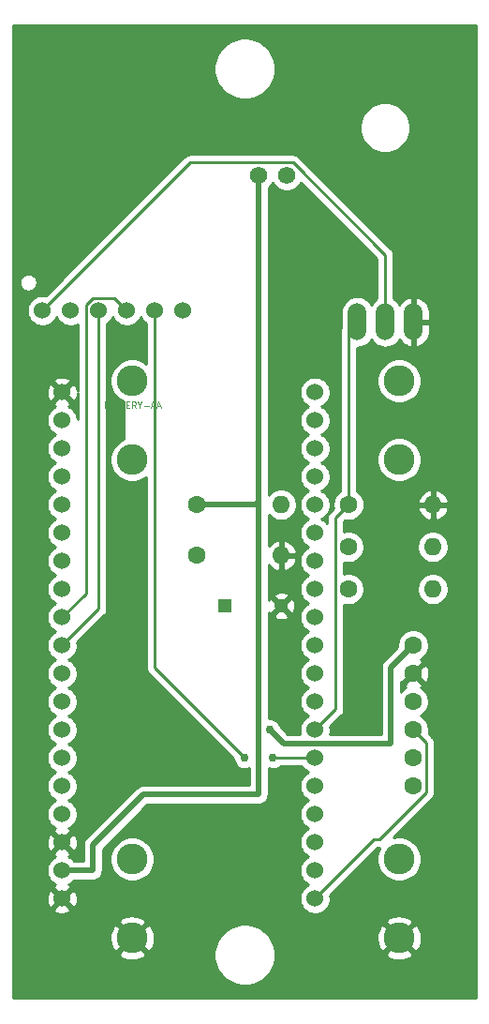
<source format=gtl>
G04 #@! TF.GenerationSoftware,KiCad,Pcbnew,(5.1.10-1-10_14)*
G04 #@! TF.CreationDate,2021-09-07T21:53:28-06:00*
G04 #@! TF.ProjectId,soil_moisture_0.5,736f696c-5f6d-46f6-9973-747572655f30,0.5*
G04 #@! TF.SameCoordinates,Original*
G04 #@! TF.FileFunction,Copper,L1,Top*
G04 #@! TF.FilePolarity,Positive*
%FSLAX46Y46*%
G04 Gerber Fmt 4.6, Leading zero omitted, Abs format (unit mm)*
G04 Created by KiCad (PCBNEW (5.1.10-1-10_14)) date 2021-09-07 21:53:28*
%MOMM*%
%LPD*%
G01*
G04 APERTURE LIST*
%ADD10C,0.115824*%
G04 #@! TA.AperFunction,ComponentPad*
%ADD11C,1.574800*%
G04 #@! TD*
G04 #@! TA.AperFunction,ComponentPad*
%ADD12C,1.524000*%
G04 #@! TD*
G04 #@! TA.AperFunction,ComponentPad*
%ADD13C,2.781300*%
G04 #@! TD*
G04 #@! TA.AperFunction,ComponentPad*
%ADD14O,1.676400X3.352800*%
G04 #@! TD*
G04 #@! TA.AperFunction,ComponentPad*
%ADD15C,1.600200*%
G04 #@! TD*
G04 #@! TA.AperFunction,ComponentPad*
%ADD16O,1.600000X1.600000*%
G04 #@! TD*
G04 #@! TA.AperFunction,ComponentPad*
%ADD17C,1.600000*%
G04 #@! TD*
G04 #@! TA.AperFunction,ComponentPad*
%ADD18R,1.270000X1.270000*%
G04 #@! TD*
G04 #@! TA.AperFunction,ComponentPad*
%ADD19C,1.270000*%
G04 #@! TD*
G04 #@! TA.AperFunction,ViaPad*
%ADD20C,0.762000*%
G04 #@! TD*
G04 #@! TA.AperFunction,Conductor*
%ADD21C,0.508000*%
G04 #@! TD*
G04 #@! TA.AperFunction,Conductor*
%ADD22C,0.254000*%
G04 #@! TD*
G04 #@! TA.AperFunction,Conductor*
%ADD23C,0.100000*%
G04 #@! TD*
G04 APERTURE END LIST*
D10*
X134857308Y-74797194D02*
X134940040Y-74824771D01*
X134967617Y-74852348D01*
X134995194Y-74907502D01*
X134995194Y-74990234D01*
X134967617Y-75045388D01*
X134940040Y-75072965D01*
X134884885Y-75100542D01*
X134664268Y-75100542D01*
X134664268Y-74521422D01*
X134857308Y-74521422D01*
X134912462Y-74549000D01*
X134940040Y-74576577D01*
X134967617Y-74631731D01*
X134967617Y-74686885D01*
X134940040Y-74742040D01*
X134912462Y-74769617D01*
X134857308Y-74797194D01*
X134664268Y-74797194D01*
X135215811Y-74935080D02*
X135491582Y-74935080D01*
X135160657Y-75100542D02*
X135353697Y-74521422D01*
X135546737Y-75100542D01*
X135657045Y-74521422D02*
X135987971Y-74521422D01*
X135822508Y-75100542D02*
X135822508Y-74521422D01*
X136098280Y-74521422D02*
X136429205Y-74521422D01*
X136263742Y-75100542D02*
X136263742Y-74521422D01*
X136622245Y-74797194D02*
X136815285Y-74797194D01*
X136898017Y-75100542D02*
X136622245Y-75100542D01*
X136622245Y-74521422D01*
X136898017Y-74521422D01*
X137477137Y-75100542D02*
X137284097Y-74824771D01*
X137146211Y-75100542D02*
X137146211Y-74521422D01*
X137366828Y-74521422D01*
X137421982Y-74549000D01*
X137449560Y-74576577D01*
X137477137Y-74631731D01*
X137477137Y-74714462D01*
X137449560Y-74769617D01*
X137421982Y-74797194D01*
X137366828Y-74824771D01*
X137146211Y-74824771D01*
X137835640Y-74824771D02*
X137835640Y-75100542D01*
X137642600Y-74521422D02*
X137835640Y-74824771D01*
X138028680Y-74521422D01*
X138221720Y-74879925D02*
X138662954Y-74879925D01*
X138911148Y-74935080D02*
X139186920Y-74935080D01*
X138855994Y-75100542D02*
X139049034Y-74521422D01*
X139242074Y-75100542D01*
X139407537Y-74935080D02*
X139683308Y-74935080D01*
X139352382Y-75100542D02*
X139545422Y-74521422D01*
X139738462Y-75100542D01*
D11*
X151130000Y-54102000D03*
X148590000Y-54102000D03*
D12*
X153670000Y-73660000D03*
X153670000Y-76200000D03*
X153670000Y-78740000D03*
X153670000Y-81280000D03*
X153670000Y-83820000D03*
X153670000Y-86360000D03*
X153670000Y-88900000D03*
X153670000Y-91440000D03*
X153670000Y-93980000D03*
X153670000Y-96520000D03*
X153670000Y-99060000D03*
X153670000Y-101600000D03*
X153670000Y-104140000D03*
X153670000Y-106680000D03*
X153670000Y-109220000D03*
X153670000Y-111760000D03*
X153670000Y-114300000D03*
X153670000Y-116840000D03*
X153670000Y-119380000D03*
X130810000Y-73660000D03*
X130810000Y-76200000D03*
X130810000Y-78740000D03*
X130810000Y-81280000D03*
X130810000Y-83820000D03*
X130810000Y-86360000D03*
X130810000Y-88900000D03*
X130810000Y-91440000D03*
X130810000Y-93980000D03*
X130810000Y-96520000D03*
X130810000Y-99060000D03*
X130810000Y-101600000D03*
X130810000Y-104140000D03*
X130810000Y-106680000D03*
X130810000Y-109220000D03*
X130810000Y-111760000D03*
X130810000Y-114300000D03*
X130810000Y-116840000D03*
X130810000Y-119380000D03*
X129032000Y-66294000D03*
X131572000Y-66294000D03*
X134112000Y-66294000D03*
X136652000Y-66294000D03*
X139192000Y-66294000D03*
X141732000Y-66294000D03*
D13*
X161290000Y-79756000D03*
X161290000Y-72644000D03*
X161290000Y-115824000D03*
X161290000Y-122936000D03*
X137160000Y-122936000D03*
X137160000Y-115824000D03*
X137160000Y-72644000D03*
X137160000Y-79756000D03*
D14*
X162560000Y-67310000D03*
X160020000Y-67310000D03*
X157480000Y-67310000D03*
D15*
X162560000Y-96520000D03*
X162560000Y-99060000D03*
X162560000Y-101600000D03*
X162560000Y-104140000D03*
X162560000Y-106680000D03*
X162560000Y-109220000D03*
D16*
X164338000Y-91440000D03*
D17*
X156718000Y-91440000D03*
X156718000Y-87630000D03*
D16*
X164338000Y-87630000D03*
D17*
X156718000Y-83820000D03*
D16*
X164338000Y-83820000D03*
D18*
X145542000Y-92964000D03*
D19*
X150622000Y-92964000D03*
D17*
X143002000Y-83820000D03*
D16*
X150622000Y-83820000D03*
X150622000Y-88392000D03*
D17*
X143002000Y-88392000D03*
D20*
X149606000Y-104140000D03*
X147320000Y-106680000D03*
X149860000Y-106680000D03*
D21*
X148590000Y-109982000D02*
X138176000Y-109982000D01*
X138176000Y-109982000D02*
X133604000Y-114554000D01*
X130810000Y-116840000D02*
X133604000Y-116840000D01*
X133604000Y-116840000D02*
X133604000Y-114554000D01*
X148336000Y-83820000D02*
X148590000Y-83566000D01*
X143002000Y-83820000D02*
X148336000Y-83820000D01*
X148590000Y-54102000D02*
X148590000Y-83820000D01*
X148590000Y-83820000D02*
X148590000Y-109982000D01*
X148590000Y-83566000D02*
X148590000Y-83820000D01*
X149606000Y-104140000D02*
X150876000Y-105410000D01*
X150876000Y-105410000D02*
X160528000Y-105410000D01*
X160528000Y-98552000D02*
X162560000Y-96520000D01*
X160528000Y-105410000D02*
X160528000Y-98552000D01*
D22*
X163741101Y-105321101D02*
X162560000Y-104140000D01*
X163741101Y-109786929D02*
X163741101Y-105321101D01*
X159475681Y-114052349D02*
X163741101Y-109786929D01*
X158997651Y-114052349D02*
X159475681Y-114052349D01*
X153670000Y-119380000D02*
X158997651Y-114052349D01*
X155536999Y-85001001D02*
X156718000Y-83820000D01*
X155536999Y-102273001D02*
X155536999Y-85001001D01*
X153670000Y-104140000D02*
X155536999Y-102273001D01*
X156718000Y-68072000D02*
X157480000Y-67310000D01*
X156718000Y-83820000D02*
X156718000Y-68072000D01*
X151690833Y-52933599D02*
X160020000Y-61262766D01*
X142392401Y-52933599D02*
X151690833Y-52933599D01*
X160020000Y-61262766D02*
X160020000Y-67310000D01*
X129032000Y-66294000D02*
X142392401Y-52933599D01*
X134112000Y-93218000D02*
X130810000Y-96520000D01*
X134112000Y-66294000D02*
X134112000Y-93218000D01*
X133563359Y-65150999D02*
X135508999Y-65150999D01*
X135508999Y-65150999D02*
X136652000Y-66294000D01*
X132968999Y-65745359D02*
X133563359Y-65150999D01*
X132968999Y-91821001D02*
X132968999Y-65745359D01*
X130810000Y-93980000D02*
X132968999Y-91821001D01*
X140970000Y-100330000D02*
X147320000Y-106680000D01*
X149860000Y-106680000D02*
X153670000Y-106680000D01*
X139192000Y-98552000D02*
X140970000Y-100330000D01*
X139192000Y-66294000D02*
X139192000Y-98552000D01*
X168250001Y-128372000D02*
X126390000Y-128372000D01*
X126390000Y-124349789D01*
X135925817Y-124349789D01*
X136068668Y-124654155D01*
X136424833Y-124834049D01*
X136809250Y-124941003D01*
X137207146Y-124970905D01*
X137603230Y-124922607D01*
X137982281Y-124797964D01*
X138251332Y-124654155D01*
X138394183Y-124349789D01*
X138230096Y-124185701D01*
X144535000Y-124185701D01*
X144535000Y-124734299D01*
X144642026Y-125272354D01*
X144851965Y-125779192D01*
X145156750Y-126235334D01*
X145544666Y-126623250D01*
X146000808Y-126928035D01*
X146507646Y-127137974D01*
X147045701Y-127245000D01*
X147594299Y-127245000D01*
X148132354Y-127137974D01*
X148639192Y-126928035D01*
X149095334Y-126623250D01*
X149483250Y-126235334D01*
X149788035Y-125779192D01*
X149997974Y-125272354D01*
X150105000Y-124734299D01*
X150105000Y-124349789D01*
X160055817Y-124349789D01*
X160198668Y-124654155D01*
X160554833Y-124834049D01*
X160939250Y-124941003D01*
X161337146Y-124970905D01*
X161733230Y-124922607D01*
X162112281Y-124797964D01*
X162381332Y-124654155D01*
X162524183Y-124349789D01*
X161290000Y-123115605D01*
X160055817Y-124349789D01*
X150105000Y-124349789D01*
X150105000Y-124185701D01*
X149997974Y-123647646D01*
X149788035Y-123140808D01*
X149682689Y-122983146D01*
X159255095Y-122983146D01*
X159303393Y-123379230D01*
X159428036Y-123758281D01*
X159571845Y-124027332D01*
X159876211Y-124170183D01*
X161110395Y-122936000D01*
X161469605Y-122936000D01*
X162703789Y-124170183D01*
X163008155Y-124027332D01*
X163188049Y-123671167D01*
X163295003Y-123286750D01*
X163324905Y-122888854D01*
X163276607Y-122492770D01*
X163151964Y-122113719D01*
X163008155Y-121844668D01*
X162703789Y-121701817D01*
X161469605Y-122936000D01*
X161110395Y-122936000D01*
X159876211Y-121701817D01*
X159571845Y-121844668D01*
X159391951Y-122200833D01*
X159284997Y-122585250D01*
X159255095Y-122983146D01*
X149682689Y-122983146D01*
X149483250Y-122684666D01*
X149095334Y-122296750D01*
X148639192Y-121991965D01*
X148132354Y-121782026D01*
X147594299Y-121675000D01*
X147045701Y-121675000D01*
X146507646Y-121782026D01*
X146000808Y-121991965D01*
X145544666Y-122296750D01*
X145156750Y-122684666D01*
X144851965Y-123140808D01*
X144642026Y-123647646D01*
X144535000Y-124185701D01*
X138230096Y-124185701D01*
X137160000Y-123115605D01*
X135925817Y-124349789D01*
X126390000Y-124349789D01*
X126390000Y-122983146D01*
X135125095Y-122983146D01*
X135173393Y-123379230D01*
X135298036Y-123758281D01*
X135441845Y-124027332D01*
X135746211Y-124170183D01*
X136980395Y-122936000D01*
X137339605Y-122936000D01*
X138573789Y-124170183D01*
X138878155Y-124027332D01*
X139058049Y-123671167D01*
X139165003Y-123286750D01*
X139194905Y-122888854D01*
X139146607Y-122492770D01*
X139021964Y-122113719D01*
X138878155Y-121844668D01*
X138573789Y-121701817D01*
X137339605Y-122936000D01*
X136980395Y-122936000D01*
X135746211Y-121701817D01*
X135441845Y-121844668D01*
X135261951Y-122200833D01*
X135154997Y-122585250D01*
X135125095Y-122983146D01*
X126390000Y-122983146D01*
X126390000Y-121522211D01*
X135925817Y-121522211D01*
X137160000Y-122756395D01*
X138394183Y-121522211D01*
X160055817Y-121522211D01*
X161290000Y-122756395D01*
X162524183Y-121522211D01*
X162381332Y-121217845D01*
X162025167Y-121037951D01*
X161640750Y-120930997D01*
X161242854Y-120901095D01*
X160846770Y-120949393D01*
X160467719Y-121074036D01*
X160198668Y-121217845D01*
X160055817Y-121522211D01*
X138394183Y-121522211D01*
X138251332Y-121217845D01*
X137895167Y-121037951D01*
X137510750Y-120930997D01*
X137112854Y-120901095D01*
X136716770Y-120949393D01*
X136337719Y-121074036D01*
X136068668Y-121217845D01*
X135925817Y-121522211D01*
X126390000Y-121522211D01*
X126390000Y-120345565D01*
X130024040Y-120345565D01*
X130091020Y-120585656D01*
X130340048Y-120702756D01*
X130607135Y-120769023D01*
X130882017Y-120781910D01*
X131154133Y-120740922D01*
X131413023Y-120647636D01*
X131528980Y-120585656D01*
X131595960Y-120345565D01*
X130810000Y-119559605D01*
X130024040Y-120345565D01*
X126390000Y-120345565D01*
X126390000Y-119452017D01*
X129408090Y-119452017D01*
X129449078Y-119724133D01*
X129542364Y-119983023D01*
X129604344Y-120098980D01*
X129844435Y-120165960D01*
X130630395Y-119380000D01*
X130989605Y-119380000D01*
X131775565Y-120165960D01*
X132015656Y-120098980D01*
X132132756Y-119849952D01*
X132199023Y-119582865D01*
X132211910Y-119307983D01*
X132170922Y-119035867D01*
X132077636Y-118776977D01*
X132015656Y-118661020D01*
X131775565Y-118594040D01*
X130989605Y-119380000D01*
X130630395Y-119380000D01*
X129844435Y-118594040D01*
X129604344Y-118661020D01*
X129487244Y-118910048D01*
X129420977Y-119177135D01*
X129408090Y-119452017D01*
X126390000Y-119452017D01*
X126390000Y-114372017D01*
X129408090Y-114372017D01*
X129449078Y-114644133D01*
X129542364Y-114903023D01*
X129604344Y-115018980D01*
X129844435Y-115085960D01*
X130630395Y-114300000D01*
X130989605Y-114300000D01*
X131775565Y-115085960D01*
X132015656Y-115018980D01*
X132132756Y-114769952D01*
X132199023Y-114502865D01*
X132211910Y-114227983D01*
X132170922Y-113955867D01*
X132077636Y-113696977D01*
X132015656Y-113581020D01*
X131775565Y-113514040D01*
X130989605Y-114300000D01*
X130630395Y-114300000D01*
X129844435Y-113514040D01*
X129604344Y-113581020D01*
X129487244Y-113830048D01*
X129420977Y-114097135D01*
X129408090Y-114372017D01*
X126390000Y-114372017D01*
X126390000Y-73732017D01*
X129408090Y-73732017D01*
X129449078Y-74004133D01*
X129542364Y-74263023D01*
X129604344Y-74378980D01*
X129844435Y-74445960D01*
X130630395Y-73660000D01*
X129844435Y-72874040D01*
X129604344Y-72941020D01*
X129487244Y-73190048D01*
X129420977Y-73457135D01*
X129408090Y-73732017D01*
X126390000Y-73732017D01*
X126390000Y-72694435D01*
X130024040Y-72694435D01*
X130810000Y-73480395D01*
X131595960Y-72694435D01*
X131528980Y-72454344D01*
X131279952Y-72337244D01*
X131012865Y-72270977D01*
X130737983Y-72258090D01*
X130465867Y-72299078D01*
X130206977Y-72392364D01*
X130091020Y-72454344D01*
X130024040Y-72694435D01*
X126390000Y-72694435D01*
X126390000Y-66156408D01*
X127635000Y-66156408D01*
X127635000Y-66431592D01*
X127688686Y-66701490D01*
X127793995Y-66955727D01*
X127946880Y-67184535D01*
X128141465Y-67379120D01*
X128370273Y-67532005D01*
X128624510Y-67637314D01*
X128894408Y-67691000D01*
X129169592Y-67691000D01*
X129439490Y-67637314D01*
X129693727Y-67532005D01*
X129922535Y-67379120D01*
X130117120Y-67184535D01*
X130270005Y-66955727D01*
X130302000Y-66878485D01*
X130333995Y-66955727D01*
X130486880Y-67184535D01*
X130681465Y-67379120D01*
X130910273Y-67532005D01*
X131164510Y-67637314D01*
X131434408Y-67691000D01*
X131709592Y-67691000D01*
X131979490Y-67637314D01*
X132207000Y-67543076D01*
X132207000Y-73555384D01*
X132170922Y-73315867D01*
X132077636Y-73056977D01*
X132015656Y-72941020D01*
X131775565Y-72874040D01*
X130989605Y-73660000D01*
X131775565Y-74445960D01*
X132015656Y-74378980D01*
X132132756Y-74129952D01*
X132199023Y-73862865D01*
X132207000Y-73692721D01*
X132207000Y-76062408D01*
X132153314Y-75792510D01*
X132048005Y-75538273D01*
X131895120Y-75309465D01*
X131700535Y-75114880D01*
X131471727Y-74961995D01*
X131400057Y-74932308D01*
X131413023Y-74927636D01*
X131528980Y-74865656D01*
X131595960Y-74625565D01*
X130810000Y-73839605D01*
X130024040Y-74625565D01*
X130091020Y-74865656D01*
X130226760Y-74929485D01*
X130148273Y-74961995D01*
X129919465Y-75114880D01*
X129724880Y-75309465D01*
X129571995Y-75538273D01*
X129466686Y-75792510D01*
X129413000Y-76062408D01*
X129413000Y-76337592D01*
X129466686Y-76607490D01*
X129571995Y-76861727D01*
X129724880Y-77090535D01*
X129919465Y-77285120D01*
X130148273Y-77438005D01*
X130225515Y-77470000D01*
X130148273Y-77501995D01*
X129919465Y-77654880D01*
X129724880Y-77849465D01*
X129571995Y-78078273D01*
X129466686Y-78332510D01*
X129413000Y-78602408D01*
X129413000Y-78877592D01*
X129466686Y-79147490D01*
X129571995Y-79401727D01*
X129724880Y-79630535D01*
X129919465Y-79825120D01*
X130148273Y-79978005D01*
X130225515Y-80010000D01*
X130148273Y-80041995D01*
X129919465Y-80194880D01*
X129724880Y-80389465D01*
X129571995Y-80618273D01*
X129466686Y-80872510D01*
X129413000Y-81142408D01*
X129413000Y-81417592D01*
X129466686Y-81687490D01*
X129571995Y-81941727D01*
X129724880Y-82170535D01*
X129919465Y-82365120D01*
X130148273Y-82518005D01*
X130225515Y-82550000D01*
X130148273Y-82581995D01*
X129919465Y-82734880D01*
X129724880Y-82929465D01*
X129571995Y-83158273D01*
X129466686Y-83412510D01*
X129413000Y-83682408D01*
X129413000Y-83957592D01*
X129466686Y-84227490D01*
X129571995Y-84481727D01*
X129724880Y-84710535D01*
X129919465Y-84905120D01*
X130148273Y-85058005D01*
X130225515Y-85090000D01*
X130148273Y-85121995D01*
X129919465Y-85274880D01*
X129724880Y-85469465D01*
X129571995Y-85698273D01*
X129466686Y-85952510D01*
X129413000Y-86222408D01*
X129413000Y-86497592D01*
X129466686Y-86767490D01*
X129571995Y-87021727D01*
X129724880Y-87250535D01*
X129919465Y-87445120D01*
X130148273Y-87598005D01*
X130225515Y-87630000D01*
X130148273Y-87661995D01*
X129919465Y-87814880D01*
X129724880Y-88009465D01*
X129571995Y-88238273D01*
X129466686Y-88492510D01*
X129413000Y-88762408D01*
X129413000Y-89037592D01*
X129466686Y-89307490D01*
X129571995Y-89561727D01*
X129724880Y-89790535D01*
X129919465Y-89985120D01*
X130148273Y-90138005D01*
X130225515Y-90170000D01*
X130148273Y-90201995D01*
X129919465Y-90354880D01*
X129724880Y-90549465D01*
X129571995Y-90778273D01*
X129466686Y-91032510D01*
X129413000Y-91302408D01*
X129413000Y-91577592D01*
X129466686Y-91847490D01*
X129571995Y-92101727D01*
X129724880Y-92330535D01*
X129919465Y-92525120D01*
X130148273Y-92678005D01*
X130225515Y-92710000D01*
X130148273Y-92741995D01*
X129919465Y-92894880D01*
X129724880Y-93089465D01*
X129571995Y-93318273D01*
X129466686Y-93572510D01*
X129413000Y-93842408D01*
X129413000Y-94117592D01*
X129466686Y-94387490D01*
X129571995Y-94641727D01*
X129724880Y-94870535D01*
X129919465Y-95065120D01*
X130148273Y-95218005D01*
X130225515Y-95250000D01*
X130148273Y-95281995D01*
X129919465Y-95434880D01*
X129724880Y-95629465D01*
X129571995Y-95858273D01*
X129466686Y-96112510D01*
X129413000Y-96382408D01*
X129413000Y-96657592D01*
X129466686Y-96927490D01*
X129571995Y-97181727D01*
X129724880Y-97410535D01*
X129919465Y-97605120D01*
X130148273Y-97758005D01*
X130225515Y-97790000D01*
X130148273Y-97821995D01*
X129919465Y-97974880D01*
X129724880Y-98169465D01*
X129571995Y-98398273D01*
X129466686Y-98652510D01*
X129413000Y-98922408D01*
X129413000Y-99197592D01*
X129466686Y-99467490D01*
X129571995Y-99721727D01*
X129724880Y-99950535D01*
X129919465Y-100145120D01*
X130148273Y-100298005D01*
X130225515Y-100330000D01*
X130148273Y-100361995D01*
X129919465Y-100514880D01*
X129724880Y-100709465D01*
X129571995Y-100938273D01*
X129466686Y-101192510D01*
X129413000Y-101462408D01*
X129413000Y-101737592D01*
X129466686Y-102007490D01*
X129571995Y-102261727D01*
X129724880Y-102490535D01*
X129919465Y-102685120D01*
X130148273Y-102838005D01*
X130225515Y-102870000D01*
X130148273Y-102901995D01*
X129919465Y-103054880D01*
X129724880Y-103249465D01*
X129571995Y-103478273D01*
X129466686Y-103732510D01*
X129413000Y-104002408D01*
X129413000Y-104277592D01*
X129466686Y-104547490D01*
X129571995Y-104801727D01*
X129724880Y-105030535D01*
X129919465Y-105225120D01*
X130148273Y-105378005D01*
X130225515Y-105410000D01*
X130148273Y-105441995D01*
X129919465Y-105594880D01*
X129724880Y-105789465D01*
X129571995Y-106018273D01*
X129466686Y-106272510D01*
X129413000Y-106542408D01*
X129413000Y-106817592D01*
X129466686Y-107087490D01*
X129571995Y-107341727D01*
X129724880Y-107570535D01*
X129919465Y-107765120D01*
X130148273Y-107918005D01*
X130225515Y-107950000D01*
X130148273Y-107981995D01*
X129919465Y-108134880D01*
X129724880Y-108329465D01*
X129571995Y-108558273D01*
X129466686Y-108812510D01*
X129413000Y-109082408D01*
X129413000Y-109357592D01*
X129466686Y-109627490D01*
X129571995Y-109881727D01*
X129724880Y-110110535D01*
X129919465Y-110305120D01*
X130148273Y-110458005D01*
X130225515Y-110490000D01*
X130148273Y-110521995D01*
X129919465Y-110674880D01*
X129724880Y-110869465D01*
X129571995Y-111098273D01*
X129466686Y-111352510D01*
X129413000Y-111622408D01*
X129413000Y-111897592D01*
X129466686Y-112167490D01*
X129571995Y-112421727D01*
X129724880Y-112650535D01*
X129919465Y-112845120D01*
X130148273Y-112998005D01*
X130219943Y-113027692D01*
X130206977Y-113032364D01*
X130091020Y-113094344D01*
X130024040Y-113334435D01*
X130810000Y-114120395D01*
X131595960Y-113334435D01*
X131528980Y-113094344D01*
X131393240Y-113030515D01*
X131471727Y-112998005D01*
X131700535Y-112845120D01*
X131895120Y-112650535D01*
X132048005Y-112421727D01*
X132153314Y-112167490D01*
X132207000Y-111897592D01*
X132207000Y-111622408D01*
X132153314Y-111352510D01*
X132048005Y-111098273D01*
X131895120Y-110869465D01*
X131700535Y-110674880D01*
X131471727Y-110521995D01*
X131394485Y-110490000D01*
X131471727Y-110458005D01*
X131700535Y-110305120D01*
X131895120Y-110110535D01*
X132048005Y-109881727D01*
X132153314Y-109627490D01*
X132207000Y-109357592D01*
X132207000Y-109082408D01*
X132153314Y-108812510D01*
X132048005Y-108558273D01*
X131895120Y-108329465D01*
X131700535Y-108134880D01*
X131471727Y-107981995D01*
X131394485Y-107950000D01*
X131471727Y-107918005D01*
X131700535Y-107765120D01*
X131895120Y-107570535D01*
X132048005Y-107341727D01*
X132153314Y-107087490D01*
X132207000Y-106817592D01*
X132207000Y-106542408D01*
X132153314Y-106272510D01*
X132048005Y-106018273D01*
X131895120Y-105789465D01*
X131700535Y-105594880D01*
X131471727Y-105441995D01*
X131394485Y-105410000D01*
X131471727Y-105378005D01*
X131700535Y-105225120D01*
X131895120Y-105030535D01*
X132048005Y-104801727D01*
X132153314Y-104547490D01*
X132207000Y-104277592D01*
X132207000Y-104002408D01*
X132153314Y-103732510D01*
X132048005Y-103478273D01*
X131895120Y-103249465D01*
X131700535Y-103054880D01*
X131471727Y-102901995D01*
X131394485Y-102870000D01*
X131471727Y-102838005D01*
X131700535Y-102685120D01*
X131895120Y-102490535D01*
X132048005Y-102261727D01*
X132153314Y-102007490D01*
X132207000Y-101737592D01*
X132207000Y-101462408D01*
X132153314Y-101192510D01*
X132048005Y-100938273D01*
X131895120Y-100709465D01*
X131700535Y-100514880D01*
X131471727Y-100361995D01*
X131394485Y-100330000D01*
X131471727Y-100298005D01*
X131700535Y-100145120D01*
X131895120Y-99950535D01*
X132048005Y-99721727D01*
X132153314Y-99467490D01*
X132207000Y-99197592D01*
X132207000Y-98922408D01*
X132153314Y-98652510D01*
X132048005Y-98398273D01*
X131895120Y-98169465D01*
X131700535Y-97974880D01*
X131471727Y-97821995D01*
X131394485Y-97790000D01*
X131471727Y-97758005D01*
X131700535Y-97605120D01*
X131895120Y-97410535D01*
X132048005Y-97181727D01*
X132153314Y-96927490D01*
X132207000Y-96657592D01*
X132207000Y-96382408D01*
X132176841Y-96230789D01*
X134624352Y-93783279D01*
X134653422Y-93759422D01*
X134748645Y-93643392D01*
X134819402Y-93511015D01*
X134862974Y-93367378D01*
X134874000Y-93255426D01*
X134874000Y-93255424D01*
X134877686Y-93218001D01*
X134874000Y-93180578D01*
X134874000Y-67465005D01*
X135002535Y-67379120D01*
X135197120Y-67184535D01*
X135350005Y-66955727D01*
X135382000Y-66878485D01*
X135413995Y-66955727D01*
X135566880Y-67184535D01*
X135761465Y-67379120D01*
X135990273Y-67532005D01*
X136244510Y-67637314D01*
X136514408Y-67691000D01*
X136789592Y-67691000D01*
X137059490Y-67637314D01*
X137313727Y-67532005D01*
X137542535Y-67379120D01*
X137737120Y-67184535D01*
X137890005Y-66955727D01*
X137922000Y-66878485D01*
X137953995Y-66955727D01*
X138106880Y-67184535D01*
X138301465Y-67379120D01*
X138430000Y-67465005D01*
X138430000Y-71056359D01*
X138119505Y-70848892D01*
X137750860Y-70696195D01*
X137359509Y-70618350D01*
X136960491Y-70618350D01*
X136569140Y-70696195D01*
X136200495Y-70848892D01*
X135868724Y-71070575D01*
X135586575Y-71352724D01*
X135364892Y-71684495D01*
X135212195Y-72053140D01*
X135134350Y-72444491D01*
X135134350Y-72843509D01*
X135212195Y-73234860D01*
X135364892Y-73603505D01*
X135586575Y-73935276D01*
X135868724Y-74217425D01*
X136200495Y-74439108D01*
X136426550Y-74532743D01*
X136426550Y-77867257D01*
X136200495Y-77960892D01*
X135868724Y-78182575D01*
X135586575Y-78464724D01*
X135364892Y-78796495D01*
X135212195Y-79165140D01*
X135134350Y-79556491D01*
X135134350Y-79955509D01*
X135212195Y-80346860D01*
X135364892Y-80715505D01*
X135586575Y-81047276D01*
X135868724Y-81329425D01*
X136200495Y-81551108D01*
X136569140Y-81703805D01*
X136960491Y-81781650D01*
X137359509Y-81781650D01*
X137750860Y-81703805D01*
X138119505Y-81551108D01*
X138430000Y-81343641D01*
X138430001Y-98514567D01*
X138426314Y-98552000D01*
X138441027Y-98701378D01*
X138484599Y-98845015D01*
X138555355Y-98977392D01*
X138613541Y-99048291D01*
X138650579Y-99093422D01*
X138679649Y-99117279D01*
X140404721Y-100842351D01*
X146304000Y-106741631D01*
X146304000Y-106780067D01*
X146343044Y-106976356D01*
X146419632Y-107161256D01*
X146530821Y-107327662D01*
X146672338Y-107469179D01*
X146838744Y-107580368D01*
X147023644Y-107656956D01*
X147219933Y-107696000D01*
X147420067Y-107696000D01*
X147616356Y-107656956D01*
X147701001Y-107621895D01*
X147701001Y-109093000D01*
X138219659Y-109093000D01*
X138175999Y-109088700D01*
X138132339Y-109093000D01*
X138132333Y-109093000D01*
X138034924Y-109102594D01*
X138001724Y-109105864D01*
X137900058Y-109136704D01*
X137834149Y-109156697D01*
X137679709Y-109239247D01*
X137544341Y-109350341D01*
X137516501Y-109384264D01*
X133006259Y-113894506D01*
X132972342Y-113922341D01*
X132944507Y-113956258D01*
X132944505Y-113956260D01*
X132861248Y-114057709D01*
X132778698Y-114212148D01*
X132727864Y-114379726D01*
X132710700Y-114554000D01*
X132715001Y-114597670D01*
X132715000Y-115951000D01*
X131896146Y-115951000D01*
X131895120Y-115949465D01*
X131700535Y-115754880D01*
X131471727Y-115601995D01*
X131400057Y-115572308D01*
X131413023Y-115567636D01*
X131528980Y-115505656D01*
X131595960Y-115265565D01*
X130810000Y-114479605D01*
X130024040Y-115265565D01*
X130091020Y-115505656D01*
X130226760Y-115569485D01*
X130148273Y-115601995D01*
X129919465Y-115754880D01*
X129724880Y-115949465D01*
X129571995Y-116178273D01*
X129466686Y-116432510D01*
X129413000Y-116702408D01*
X129413000Y-116977592D01*
X129466686Y-117247490D01*
X129571995Y-117501727D01*
X129724880Y-117730535D01*
X129919465Y-117925120D01*
X130148273Y-118078005D01*
X130219943Y-118107692D01*
X130206977Y-118112364D01*
X130091020Y-118174344D01*
X130024040Y-118414435D01*
X130810000Y-119200395D01*
X131595960Y-118414435D01*
X131528980Y-118174344D01*
X131393240Y-118110515D01*
X131471727Y-118078005D01*
X131700535Y-117925120D01*
X131895120Y-117730535D01*
X131896146Y-117729000D01*
X133560333Y-117729000D01*
X133604000Y-117733301D01*
X133647667Y-117729000D01*
X133778274Y-117716136D01*
X133945851Y-117665303D01*
X134100291Y-117582753D01*
X134235659Y-117471659D01*
X134346753Y-117336291D01*
X134429303Y-117181851D01*
X134480136Y-117014274D01*
X134497301Y-116840000D01*
X134493000Y-116796333D01*
X134493000Y-115624491D01*
X135134350Y-115624491D01*
X135134350Y-116023509D01*
X135212195Y-116414860D01*
X135364892Y-116783505D01*
X135586575Y-117115276D01*
X135868724Y-117397425D01*
X136200495Y-117619108D01*
X136569140Y-117771805D01*
X136960491Y-117849650D01*
X137359509Y-117849650D01*
X137750860Y-117771805D01*
X138119505Y-117619108D01*
X138451276Y-117397425D01*
X138733425Y-117115276D01*
X138955108Y-116783505D01*
X139107805Y-116414860D01*
X139185650Y-116023509D01*
X139185650Y-115624491D01*
X139107805Y-115233140D01*
X138955108Y-114864495D01*
X138733425Y-114532724D01*
X138451276Y-114250575D01*
X138119505Y-114028892D01*
X137750860Y-113876195D01*
X137359509Y-113798350D01*
X136960491Y-113798350D01*
X136569140Y-113876195D01*
X136200495Y-114028892D01*
X135868724Y-114250575D01*
X135586575Y-114532724D01*
X135364892Y-114864495D01*
X135212195Y-115233140D01*
X135134350Y-115624491D01*
X134493000Y-115624491D01*
X134493000Y-114922235D01*
X138544235Y-110871000D01*
X148546333Y-110871000D01*
X148590000Y-110875301D01*
X148633667Y-110871000D01*
X148764274Y-110858136D01*
X148931851Y-110807303D01*
X149086291Y-110724753D01*
X149221659Y-110613659D01*
X149332753Y-110478291D01*
X149415303Y-110323851D01*
X149466136Y-110156274D01*
X149483301Y-109982000D01*
X149479000Y-109938333D01*
X149479000Y-107621895D01*
X149563644Y-107656956D01*
X149759933Y-107696000D01*
X149960067Y-107696000D01*
X150156356Y-107656956D01*
X150341256Y-107580368D01*
X150507662Y-107469179D01*
X150534841Y-107442000D01*
X152498995Y-107442000D01*
X152584880Y-107570535D01*
X152779465Y-107765120D01*
X153008273Y-107918005D01*
X153085515Y-107950000D01*
X153008273Y-107981995D01*
X152779465Y-108134880D01*
X152584880Y-108329465D01*
X152431995Y-108558273D01*
X152326686Y-108812510D01*
X152273000Y-109082408D01*
X152273000Y-109357592D01*
X152326686Y-109627490D01*
X152431995Y-109881727D01*
X152584880Y-110110535D01*
X152779465Y-110305120D01*
X153008273Y-110458005D01*
X153085515Y-110490000D01*
X153008273Y-110521995D01*
X152779465Y-110674880D01*
X152584880Y-110869465D01*
X152431995Y-111098273D01*
X152326686Y-111352510D01*
X152273000Y-111622408D01*
X152273000Y-111897592D01*
X152326686Y-112167490D01*
X152431995Y-112421727D01*
X152584880Y-112650535D01*
X152779465Y-112845120D01*
X153008273Y-112998005D01*
X153085515Y-113030000D01*
X153008273Y-113061995D01*
X152779465Y-113214880D01*
X152584880Y-113409465D01*
X152431995Y-113638273D01*
X152326686Y-113892510D01*
X152273000Y-114162408D01*
X152273000Y-114437592D01*
X152326686Y-114707490D01*
X152431995Y-114961727D01*
X152584880Y-115190535D01*
X152779465Y-115385120D01*
X153008273Y-115538005D01*
X153085515Y-115570000D01*
X153008273Y-115601995D01*
X152779465Y-115754880D01*
X152584880Y-115949465D01*
X152431995Y-116178273D01*
X152326686Y-116432510D01*
X152273000Y-116702408D01*
X152273000Y-116977592D01*
X152326686Y-117247490D01*
X152431995Y-117501727D01*
X152584880Y-117730535D01*
X152779465Y-117925120D01*
X153008273Y-118078005D01*
X153085515Y-118110000D01*
X153008273Y-118141995D01*
X152779465Y-118294880D01*
X152584880Y-118489465D01*
X152431995Y-118718273D01*
X152326686Y-118972510D01*
X152273000Y-119242408D01*
X152273000Y-119517592D01*
X152326686Y-119787490D01*
X152431995Y-120041727D01*
X152584880Y-120270535D01*
X152779465Y-120465120D01*
X153008273Y-120618005D01*
X153262510Y-120723314D01*
X153532408Y-120777000D01*
X153807592Y-120777000D01*
X154077490Y-120723314D01*
X154331727Y-120618005D01*
X154560535Y-120465120D01*
X154755120Y-120270535D01*
X154908005Y-120041727D01*
X155013314Y-119787490D01*
X155067000Y-119517592D01*
X155067000Y-119242408D01*
X155036841Y-119090789D01*
X159313282Y-114814349D01*
X159438258Y-114814349D01*
X159475681Y-114818035D01*
X159513104Y-114814349D01*
X159513107Y-114814349D01*
X159529476Y-114812737D01*
X159494892Y-114864495D01*
X159342195Y-115233140D01*
X159264350Y-115624491D01*
X159264350Y-116023509D01*
X159342195Y-116414860D01*
X159494892Y-116783505D01*
X159716575Y-117115276D01*
X159998724Y-117397425D01*
X160330495Y-117619108D01*
X160699140Y-117771805D01*
X161090491Y-117849650D01*
X161489509Y-117849650D01*
X161880860Y-117771805D01*
X162249505Y-117619108D01*
X162581276Y-117397425D01*
X162863425Y-117115276D01*
X163085108Y-116783505D01*
X163237805Y-116414860D01*
X163315650Y-116023509D01*
X163315650Y-115624491D01*
X163237805Y-115233140D01*
X163085108Y-114864495D01*
X162863425Y-114532724D01*
X162581276Y-114250575D01*
X162249505Y-114028892D01*
X161880860Y-113876195D01*
X161489509Y-113798350D01*
X161090491Y-113798350D01*
X160736995Y-113868665D01*
X164253454Y-110352207D01*
X164282523Y-110328351D01*
X164309873Y-110295025D01*
X164377746Y-110212322D01*
X164448502Y-110079945D01*
X164448503Y-110079944D01*
X164492075Y-109936307D01*
X164503101Y-109824355D01*
X164503101Y-109824352D01*
X164506787Y-109786929D01*
X164503101Y-109749506D01*
X164503101Y-105358523D01*
X164506787Y-105321100D01*
X164503101Y-105283675D01*
X164492075Y-105171723D01*
X164448503Y-105028086D01*
X164377746Y-104895709D01*
X164282523Y-104779679D01*
X164253453Y-104755822D01*
X163959243Y-104461612D01*
X163995100Y-104281345D01*
X163995100Y-103998655D01*
X163939950Y-103721397D01*
X163831769Y-103460225D01*
X163674715Y-103225177D01*
X163474823Y-103025285D01*
X163242422Y-102870000D01*
X163474823Y-102714715D01*
X163674715Y-102514823D01*
X163831769Y-102279775D01*
X163939950Y-102018603D01*
X163995100Y-101741345D01*
X163995100Y-101458655D01*
X163939950Y-101181397D01*
X163831769Y-100920225D01*
X163674715Y-100685177D01*
X163474823Y-100485285D01*
X163241068Y-100329095D01*
X163301574Y-100296754D01*
X163373169Y-100052774D01*
X162560000Y-99239605D01*
X161746831Y-100052774D01*
X161818426Y-100296754D01*
X161882744Y-100327188D01*
X161880225Y-100328231D01*
X161645177Y-100485285D01*
X161445285Y-100685177D01*
X161417000Y-100727509D01*
X161417000Y-99829086D01*
X161567226Y-99873169D01*
X162380395Y-99060000D01*
X162739605Y-99060000D01*
X163552774Y-99873169D01*
X163796754Y-99801574D01*
X163917664Y-99546046D01*
X163986400Y-99271839D01*
X164000320Y-98989492D01*
X163958889Y-98709853D01*
X163863700Y-98443672D01*
X163796754Y-98318426D01*
X163552774Y-98246831D01*
X162739605Y-99060000D01*
X162380395Y-99060000D01*
X162366253Y-99045858D01*
X162545858Y-98866253D01*
X162560000Y-98880395D01*
X163373169Y-98067226D01*
X163301574Y-97823246D01*
X163237256Y-97792812D01*
X163239775Y-97791769D01*
X163474823Y-97634715D01*
X163674715Y-97434823D01*
X163831769Y-97199775D01*
X163939950Y-96938603D01*
X163995100Y-96661345D01*
X163995100Y-96378655D01*
X163939950Y-96101397D01*
X163831769Y-95840225D01*
X163674715Y-95605177D01*
X163474823Y-95405285D01*
X163239775Y-95248231D01*
X162978603Y-95140050D01*
X162701345Y-95084900D01*
X162418655Y-95084900D01*
X162141397Y-95140050D01*
X161880225Y-95248231D01*
X161645177Y-95405285D01*
X161445285Y-95605177D01*
X161288231Y-95840225D01*
X161180050Y-96101397D01*
X161124900Y-96378655D01*
X161124900Y-96661345D01*
X161130959Y-96691805D01*
X159930259Y-97892506D01*
X159896342Y-97920341D01*
X159868507Y-97954258D01*
X159868505Y-97954260D01*
X159785248Y-98055709D01*
X159702698Y-98210148D01*
X159651864Y-98377726D01*
X159634700Y-98552000D01*
X159639001Y-98595670D01*
X159639000Y-104521000D01*
X155018583Y-104521000D01*
X155067000Y-104277592D01*
X155067000Y-104002408D01*
X155036841Y-103850789D01*
X156049352Y-102838279D01*
X156078421Y-102814423D01*
X156173644Y-102698393D01*
X156244401Y-102566016D01*
X156287973Y-102422379D01*
X156298999Y-102310427D01*
X156298999Y-102310425D01*
X156302685Y-102273002D01*
X156298999Y-102235579D01*
X156298999Y-92819676D01*
X156299426Y-92819853D01*
X156576665Y-92875000D01*
X156859335Y-92875000D01*
X157136574Y-92819853D01*
X157397727Y-92711680D01*
X157632759Y-92554637D01*
X157832637Y-92354759D01*
X157989680Y-92119727D01*
X158097853Y-91858574D01*
X158153000Y-91581335D01*
X158153000Y-91298665D01*
X162903000Y-91298665D01*
X162903000Y-91581335D01*
X162958147Y-91858574D01*
X163066320Y-92119727D01*
X163223363Y-92354759D01*
X163423241Y-92554637D01*
X163658273Y-92711680D01*
X163919426Y-92819853D01*
X164196665Y-92875000D01*
X164479335Y-92875000D01*
X164756574Y-92819853D01*
X165017727Y-92711680D01*
X165252759Y-92554637D01*
X165452637Y-92354759D01*
X165609680Y-92119727D01*
X165717853Y-91858574D01*
X165773000Y-91581335D01*
X165773000Y-91298665D01*
X165717853Y-91021426D01*
X165609680Y-90760273D01*
X165452637Y-90525241D01*
X165252759Y-90325363D01*
X165017727Y-90168320D01*
X164756574Y-90060147D01*
X164479335Y-90005000D01*
X164196665Y-90005000D01*
X163919426Y-90060147D01*
X163658273Y-90168320D01*
X163423241Y-90325363D01*
X163223363Y-90525241D01*
X163066320Y-90760273D01*
X162958147Y-91021426D01*
X162903000Y-91298665D01*
X158153000Y-91298665D01*
X158097853Y-91021426D01*
X157989680Y-90760273D01*
X157832637Y-90525241D01*
X157632759Y-90325363D01*
X157397727Y-90168320D01*
X157136574Y-90060147D01*
X156859335Y-90005000D01*
X156576665Y-90005000D01*
X156299426Y-90060147D01*
X156298999Y-90060324D01*
X156298999Y-89009676D01*
X156299426Y-89009853D01*
X156576665Y-89065000D01*
X156859335Y-89065000D01*
X157136574Y-89009853D01*
X157397727Y-88901680D01*
X157632759Y-88744637D01*
X157832637Y-88544759D01*
X157989680Y-88309727D01*
X158097853Y-88048574D01*
X158153000Y-87771335D01*
X158153000Y-87488665D01*
X162903000Y-87488665D01*
X162903000Y-87771335D01*
X162958147Y-88048574D01*
X163066320Y-88309727D01*
X163223363Y-88544759D01*
X163423241Y-88744637D01*
X163658273Y-88901680D01*
X163919426Y-89009853D01*
X164196665Y-89065000D01*
X164479335Y-89065000D01*
X164756574Y-89009853D01*
X165017727Y-88901680D01*
X165252759Y-88744637D01*
X165452637Y-88544759D01*
X165609680Y-88309727D01*
X165717853Y-88048574D01*
X165773000Y-87771335D01*
X165773000Y-87488665D01*
X165717853Y-87211426D01*
X165609680Y-86950273D01*
X165452637Y-86715241D01*
X165252759Y-86515363D01*
X165017727Y-86358320D01*
X164756574Y-86250147D01*
X164479335Y-86195000D01*
X164196665Y-86195000D01*
X163919426Y-86250147D01*
X163658273Y-86358320D01*
X163423241Y-86515363D01*
X163223363Y-86715241D01*
X163066320Y-86950273D01*
X162958147Y-87211426D01*
X162903000Y-87488665D01*
X158153000Y-87488665D01*
X158097853Y-87211426D01*
X157989680Y-86950273D01*
X157832637Y-86715241D01*
X157632759Y-86515363D01*
X157397727Y-86358320D01*
X157136574Y-86250147D01*
X156859335Y-86195000D01*
X156576665Y-86195000D01*
X156299426Y-86250147D01*
X156298999Y-86250324D01*
X156298999Y-85316631D01*
X156396473Y-85219157D01*
X156576665Y-85255000D01*
X156859335Y-85255000D01*
X157136574Y-85199853D01*
X157397727Y-85091680D01*
X157632759Y-84934637D01*
X157832637Y-84734759D01*
X157989680Y-84499727D01*
X158097853Y-84238574D01*
X158111684Y-84169039D01*
X162946096Y-84169039D01*
X162986754Y-84303087D01*
X163106963Y-84557420D01*
X163274481Y-84783414D01*
X163482869Y-84972385D01*
X163724119Y-85117070D01*
X163988960Y-85211909D01*
X164211000Y-85090624D01*
X164211000Y-83947000D01*
X164465000Y-83947000D01*
X164465000Y-85090624D01*
X164687040Y-85211909D01*
X164951881Y-85117070D01*
X165193131Y-84972385D01*
X165401519Y-84783414D01*
X165569037Y-84557420D01*
X165689246Y-84303087D01*
X165729904Y-84169039D01*
X165607915Y-83947000D01*
X164465000Y-83947000D01*
X164211000Y-83947000D01*
X163068085Y-83947000D01*
X162946096Y-84169039D01*
X158111684Y-84169039D01*
X158153000Y-83961335D01*
X158153000Y-83678665D01*
X158111685Y-83470961D01*
X162946096Y-83470961D01*
X163068085Y-83693000D01*
X164211000Y-83693000D01*
X164211000Y-82549376D01*
X164465000Y-82549376D01*
X164465000Y-83693000D01*
X165607915Y-83693000D01*
X165729904Y-83470961D01*
X165689246Y-83336913D01*
X165569037Y-83082580D01*
X165401519Y-82856586D01*
X165193131Y-82667615D01*
X164951881Y-82522930D01*
X164687040Y-82428091D01*
X164465000Y-82549376D01*
X164211000Y-82549376D01*
X163988960Y-82428091D01*
X163724119Y-82522930D01*
X163482869Y-82667615D01*
X163274481Y-82856586D01*
X163106963Y-83082580D01*
X162986754Y-83336913D01*
X162946096Y-83470961D01*
X158111685Y-83470961D01*
X158097853Y-83401426D01*
X157989680Y-83140273D01*
X157832637Y-82905241D01*
X157632759Y-82705363D01*
X157480000Y-82603293D01*
X157480000Y-79556491D01*
X159264350Y-79556491D01*
X159264350Y-79955509D01*
X159342195Y-80346860D01*
X159494892Y-80715505D01*
X159716575Y-81047276D01*
X159998724Y-81329425D01*
X160330495Y-81551108D01*
X160699140Y-81703805D01*
X161090491Y-81781650D01*
X161489509Y-81781650D01*
X161880860Y-81703805D01*
X162249505Y-81551108D01*
X162581276Y-81329425D01*
X162863425Y-81047276D01*
X163085108Y-80715505D01*
X163237805Y-80346860D01*
X163315650Y-79955509D01*
X163315650Y-79556491D01*
X163237805Y-79165140D01*
X163085108Y-78796495D01*
X162863425Y-78464724D01*
X162581276Y-78182575D01*
X162249505Y-77960892D01*
X161880860Y-77808195D01*
X161489509Y-77730350D01*
X161090491Y-77730350D01*
X160699140Y-77808195D01*
X160330495Y-77960892D01*
X159998724Y-78182575D01*
X159716575Y-78464724D01*
X159494892Y-78796495D01*
X159342195Y-79165140D01*
X159264350Y-79556491D01*
X157480000Y-79556491D01*
X157480000Y-72444491D01*
X159264350Y-72444491D01*
X159264350Y-72843509D01*
X159342195Y-73234860D01*
X159494892Y-73603505D01*
X159716575Y-73935276D01*
X159998724Y-74217425D01*
X160330495Y-74439108D01*
X160699140Y-74591805D01*
X161090491Y-74669650D01*
X161489509Y-74669650D01*
X161880860Y-74591805D01*
X162249505Y-74439108D01*
X162581276Y-74217425D01*
X162863425Y-73935276D01*
X163085108Y-73603505D01*
X163237805Y-73234860D01*
X163315650Y-72843509D01*
X163315650Y-72444491D01*
X163237805Y-72053140D01*
X163085108Y-71684495D01*
X162863425Y-71352724D01*
X162581276Y-71070575D01*
X162249505Y-70848892D01*
X161880860Y-70696195D01*
X161489509Y-70618350D01*
X161090491Y-70618350D01*
X160699140Y-70696195D01*
X160330495Y-70848892D01*
X159998724Y-71070575D01*
X159716575Y-71352724D01*
X159494892Y-71684495D01*
X159342195Y-72053140D01*
X159264350Y-72444491D01*
X157480000Y-72444491D01*
X157480000Y-69628528D01*
X157768798Y-69600084D01*
X158046497Y-69515845D01*
X158302426Y-69379048D01*
X158526750Y-69194950D01*
X158710848Y-68970626D01*
X158750001Y-68897377D01*
X158789153Y-68970626D01*
X158973251Y-69194950D01*
X159197575Y-69379048D01*
X159453504Y-69515845D01*
X159731203Y-69600084D01*
X160020000Y-69628528D01*
X160308798Y-69600084D01*
X160586497Y-69515845D01*
X160842426Y-69379048D01*
X161066750Y-69194950D01*
X161250848Y-68970626D01*
X161290829Y-68895826D01*
X161405637Y-69072263D01*
X161608094Y-69279712D01*
X161847132Y-69443678D01*
X162113565Y-69557859D01*
X162204962Y-69577979D01*
X162433000Y-69456500D01*
X162433000Y-67437000D01*
X162687000Y-67437000D01*
X162687000Y-69456500D01*
X162915038Y-69577979D01*
X163006435Y-69557859D01*
X163272868Y-69443678D01*
X163511906Y-69279712D01*
X163714363Y-69072263D01*
X163872458Y-68829302D01*
X163980116Y-68560167D01*
X164033200Y-68275200D01*
X164033200Y-67437000D01*
X162687000Y-67437000D01*
X162433000Y-67437000D01*
X162413000Y-67437000D01*
X162413000Y-67183000D01*
X162433000Y-67183000D01*
X162433000Y-65163500D01*
X162687000Y-65163500D01*
X162687000Y-67183000D01*
X164033200Y-67183000D01*
X164033200Y-66344800D01*
X163980116Y-66059833D01*
X163872458Y-65790698D01*
X163714363Y-65547737D01*
X163511906Y-65340288D01*
X163272868Y-65176322D01*
X163006435Y-65062141D01*
X162915038Y-65042021D01*
X162687000Y-65163500D01*
X162433000Y-65163500D01*
X162204962Y-65042021D01*
X162113565Y-65062141D01*
X161847132Y-65176322D01*
X161608094Y-65340288D01*
X161405637Y-65547737D01*
X161290829Y-65724174D01*
X161250848Y-65649374D01*
X161066749Y-65425050D01*
X160842425Y-65240952D01*
X160782000Y-65208654D01*
X160782000Y-61300189D01*
X160785686Y-61262766D01*
X160782000Y-61225340D01*
X160770974Y-61113388D01*
X160727402Y-60969751D01*
X160656646Y-60837375D01*
X160656645Y-60837373D01*
X160585279Y-60750414D01*
X160561422Y-60721344D01*
X160532353Y-60697488D01*
X152256117Y-52421253D01*
X152232255Y-52392177D01*
X152116225Y-52296954D01*
X151983848Y-52226197D01*
X151840211Y-52182625D01*
X151728259Y-52171599D01*
X151728256Y-52171599D01*
X151690833Y-52167913D01*
X151653410Y-52171599D01*
X142429823Y-52171599D01*
X142392400Y-52167913D01*
X142354977Y-52171599D01*
X142354975Y-52171599D01*
X142243023Y-52182625D01*
X142099386Y-52226197D01*
X141967009Y-52296954D01*
X141850979Y-52392177D01*
X141827122Y-52421247D01*
X129321211Y-64927159D01*
X129169592Y-64897000D01*
X128894408Y-64897000D01*
X128624510Y-64950686D01*
X128370273Y-65055995D01*
X128141465Y-65208880D01*
X127946880Y-65403465D01*
X127793995Y-65632273D01*
X127688686Y-65886510D01*
X127635000Y-66156408D01*
X126390000Y-66156408D01*
X126390000Y-63674222D01*
X126952000Y-63674222D01*
X126952000Y-63833778D01*
X126983128Y-63990268D01*
X127044188Y-64137679D01*
X127132832Y-64270345D01*
X127245655Y-64383168D01*
X127378321Y-64471812D01*
X127525732Y-64532872D01*
X127682222Y-64564000D01*
X127841778Y-64564000D01*
X127998268Y-64532872D01*
X128145679Y-64471812D01*
X128278345Y-64383168D01*
X128391168Y-64270345D01*
X128479812Y-64137679D01*
X128540872Y-63990268D01*
X128572000Y-63833778D01*
X128572000Y-63674222D01*
X128540872Y-63517732D01*
X128479812Y-63370321D01*
X128391168Y-63237655D01*
X128278345Y-63124832D01*
X128145679Y-63036188D01*
X127998268Y-62975128D01*
X127841778Y-62944000D01*
X127682222Y-62944000D01*
X127525732Y-62975128D01*
X127378321Y-63036188D01*
X127245655Y-63124832D01*
X127132832Y-63237655D01*
X127044188Y-63370321D01*
X126983128Y-63517732D01*
X126952000Y-63674222D01*
X126390000Y-63674222D01*
X126390000Y-49558849D01*
X157734000Y-49558849D01*
X157734000Y-50009151D01*
X157821850Y-50450802D01*
X157994173Y-50866827D01*
X158244348Y-51241240D01*
X158562760Y-51559652D01*
X158937173Y-51809827D01*
X159353198Y-51982150D01*
X159794849Y-52070000D01*
X160245151Y-52070000D01*
X160686802Y-51982150D01*
X161102827Y-51809827D01*
X161477240Y-51559652D01*
X161795652Y-51241240D01*
X162045827Y-50866827D01*
X162218150Y-50450802D01*
X162306000Y-50009151D01*
X162306000Y-49558849D01*
X162218150Y-49117198D01*
X162045827Y-48701173D01*
X161795652Y-48326760D01*
X161477240Y-48008348D01*
X161102827Y-47758173D01*
X160686802Y-47585850D01*
X160245151Y-47498000D01*
X159794849Y-47498000D01*
X159353198Y-47585850D01*
X158937173Y-47758173D01*
X158562760Y-48008348D01*
X158244348Y-48326760D01*
X157994173Y-48701173D01*
X157821850Y-49117198D01*
X157734000Y-49558849D01*
X126390000Y-49558849D01*
X126390000Y-44175701D01*
X144535000Y-44175701D01*
X144535000Y-44724299D01*
X144642026Y-45262354D01*
X144851965Y-45769192D01*
X145156750Y-46225334D01*
X145544666Y-46613250D01*
X146000808Y-46918035D01*
X146507646Y-47127974D01*
X147045701Y-47235000D01*
X147594299Y-47235000D01*
X148132354Y-47127974D01*
X148639192Y-46918035D01*
X149095334Y-46613250D01*
X149483250Y-46225334D01*
X149788035Y-45769192D01*
X149997974Y-45262354D01*
X150105000Y-44724299D01*
X150105000Y-44175701D01*
X149997974Y-43637646D01*
X149788035Y-43130808D01*
X149483250Y-42674666D01*
X149095334Y-42286750D01*
X148639192Y-41981965D01*
X148132354Y-41772026D01*
X147594299Y-41665000D01*
X147045701Y-41665000D01*
X146507646Y-41772026D01*
X146000808Y-41981965D01*
X145544666Y-42286750D01*
X145156750Y-42674666D01*
X144851965Y-43130808D01*
X144642026Y-43637646D01*
X144535000Y-44175701D01*
X126390000Y-44175701D01*
X126390000Y-40538000D01*
X168250000Y-40538000D01*
X168250001Y-128372000D01*
G04 #@! TA.AperFunction,Conductor*
D23*
G36*
X168250001Y-128372000D02*
G01*
X126390000Y-128372000D01*
X126390000Y-124349789D01*
X135925817Y-124349789D01*
X136068668Y-124654155D01*
X136424833Y-124834049D01*
X136809250Y-124941003D01*
X137207146Y-124970905D01*
X137603230Y-124922607D01*
X137982281Y-124797964D01*
X138251332Y-124654155D01*
X138394183Y-124349789D01*
X138230096Y-124185701D01*
X144535000Y-124185701D01*
X144535000Y-124734299D01*
X144642026Y-125272354D01*
X144851965Y-125779192D01*
X145156750Y-126235334D01*
X145544666Y-126623250D01*
X146000808Y-126928035D01*
X146507646Y-127137974D01*
X147045701Y-127245000D01*
X147594299Y-127245000D01*
X148132354Y-127137974D01*
X148639192Y-126928035D01*
X149095334Y-126623250D01*
X149483250Y-126235334D01*
X149788035Y-125779192D01*
X149997974Y-125272354D01*
X150105000Y-124734299D01*
X150105000Y-124349789D01*
X160055817Y-124349789D01*
X160198668Y-124654155D01*
X160554833Y-124834049D01*
X160939250Y-124941003D01*
X161337146Y-124970905D01*
X161733230Y-124922607D01*
X162112281Y-124797964D01*
X162381332Y-124654155D01*
X162524183Y-124349789D01*
X161290000Y-123115605D01*
X160055817Y-124349789D01*
X150105000Y-124349789D01*
X150105000Y-124185701D01*
X149997974Y-123647646D01*
X149788035Y-123140808D01*
X149682689Y-122983146D01*
X159255095Y-122983146D01*
X159303393Y-123379230D01*
X159428036Y-123758281D01*
X159571845Y-124027332D01*
X159876211Y-124170183D01*
X161110395Y-122936000D01*
X161469605Y-122936000D01*
X162703789Y-124170183D01*
X163008155Y-124027332D01*
X163188049Y-123671167D01*
X163295003Y-123286750D01*
X163324905Y-122888854D01*
X163276607Y-122492770D01*
X163151964Y-122113719D01*
X163008155Y-121844668D01*
X162703789Y-121701817D01*
X161469605Y-122936000D01*
X161110395Y-122936000D01*
X159876211Y-121701817D01*
X159571845Y-121844668D01*
X159391951Y-122200833D01*
X159284997Y-122585250D01*
X159255095Y-122983146D01*
X149682689Y-122983146D01*
X149483250Y-122684666D01*
X149095334Y-122296750D01*
X148639192Y-121991965D01*
X148132354Y-121782026D01*
X147594299Y-121675000D01*
X147045701Y-121675000D01*
X146507646Y-121782026D01*
X146000808Y-121991965D01*
X145544666Y-122296750D01*
X145156750Y-122684666D01*
X144851965Y-123140808D01*
X144642026Y-123647646D01*
X144535000Y-124185701D01*
X138230096Y-124185701D01*
X137160000Y-123115605D01*
X135925817Y-124349789D01*
X126390000Y-124349789D01*
X126390000Y-122983146D01*
X135125095Y-122983146D01*
X135173393Y-123379230D01*
X135298036Y-123758281D01*
X135441845Y-124027332D01*
X135746211Y-124170183D01*
X136980395Y-122936000D01*
X137339605Y-122936000D01*
X138573789Y-124170183D01*
X138878155Y-124027332D01*
X139058049Y-123671167D01*
X139165003Y-123286750D01*
X139194905Y-122888854D01*
X139146607Y-122492770D01*
X139021964Y-122113719D01*
X138878155Y-121844668D01*
X138573789Y-121701817D01*
X137339605Y-122936000D01*
X136980395Y-122936000D01*
X135746211Y-121701817D01*
X135441845Y-121844668D01*
X135261951Y-122200833D01*
X135154997Y-122585250D01*
X135125095Y-122983146D01*
X126390000Y-122983146D01*
X126390000Y-121522211D01*
X135925817Y-121522211D01*
X137160000Y-122756395D01*
X138394183Y-121522211D01*
X160055817Y-121522211D01*
X161290000Y-122756395D01*
X162524183Y-121522211D01*
X162381332Y-121217845D01*
X162025167Y-121037951D01*
X161640750Y-120930997D01*
X161242854Y-120901095D01*
X160846770Y-120949393D01*
X160467719Y-121074036D01*
X160198668Y-121217845D01*
X160055817Y-121522211D01*
X138394183Y-121522211D01*
X138251332Y-121217845D01*
X137895167Y-121037951D01*
X137510750Y-120930997D01*
X137112854Y-120901095D01*
X136716770Y-120949393D01*
X136337719Y-121074036D01*
X136068668Y-121217845D01*
X135925817Y-121522211D01*
X126390000Y-121522211D01*
X126390000Y-120345565D01*
X130024040Y-120345565D01*
X130091020Y-120585656D01*
X130340048Y-120702756D01*
X130607135Y-120769023D01*
X130882017Y-120781910D01*
X131154133Y-120740922D01*
X131413023Y-120647636D01*
X131528980Y-120585656D01*
X131595960Y-120345565D01*
X130810000Y-119559605D01*
X130024040Y-120345565D01*
X126390000Y-120345565D01*
X126390000Y-119452017D01*
X129408090Y-119452017D01*
X129449078Y-119724133D01*
X129542364Y-119983023D01*
X129604344Y-120098980D01*
X129844435Y-120165960D01*
X130630395Y-119380000D01*
X130989605Y-119380000D01*
X131775565Y-120165960D01*
X132015656Y-120098980D01*
X132132756Y-119849952D01*
X132199023Y-119582865D01*
X132211910Y-119307983D01*
X132170922Y-119035867D01*
X132077636Y-118776977D01*
X132015656Y-118661020D01*
X131775565Y-118594040D01*
X130989605Y-119380000D01*
X130630395Y-119380000D01*
X129844435Y-118594040D01*
X129604344Y-118661020D01*
X129487244Y-118910048D01*
X129420977Y-119177135D01*
X129408090Y-119452017D01*
X126390000Y-119452017D01*
X126390000Y-114372017D01*
X129408090Y-114372017D01*
X129449078Y-114644133D01*
X129542364Y-114903023D01*
X129604344Y-115018980D01*
X129844435Y-115085960D01*
X130630395Y-114300000D01*
X130989605Y-114300000D01*
X131775565Y-115085960D01*
X132015656Y-115018980D01*
X132132756Y-114769952D01*
X132199023Y-114502865D01*
X132211910Y-114227983D01*
X132170922Y-113955867D01*
X132077636Y-113696977D01*
X132015656Y-113581020D01*
X131775565Y-113514040D01*
X130989605Y-114300000D01*
X130630395Y-114300000D01*
X129844435Y-113514040D01*
X129604344Y-113581020D01*
X129487244Y-113830048D01*
X129420977Y-114097135D01*
X129408090Y-114372017D01*
X126390000Y-114372017D01*
X126390000Y-73732017D01*
X129408090Y-73732017D01*
X129449078Y-74004133D01*
X129542364Y-74263023D01*
X129604344Y-74378980D01*
X129844435Y-74445960D01*
X130630395Y-73660000D01*
X129844435Y-72874040D01*
X129604344Y-72941020D01*
X129487244Y-73190048D01*
X129420977Y-73457135D01*
X129408090Y-73732017D01*
X126390000Y-73732017D01*
X126390000Y-72694435D01*
X130024040Y-72694435D01*
X130810000Y-73480395D01*
X131595960Y-72694435D01*
X131528980Y-72454344D01*
X131279952Y-72337244D01*
X131012865Y-72270977D01*
X130737983Y-72258090D01*
X130465867Y-72299078D01*
X130206977Y-72392364D01*
X130091020Y-72454344D01*
X130024040Y-72694435D01*
X126390000Y-72694435D01*
X126390000Y-66156408D01*
X127635000Y-66156408D01*
X127635000Y-66431592D01*
X127688686Y-66701490D01*
X127793995Y-66955727D01*
X127946880Y-67184535D01*
X128141465Y-67379120D01*
X128370273Y-67532005D01*
X128624510Y-67637314D01*
X128894408Y-67691000D01*
X129169592Y-67691000D01*
X129439490Y-67637314D01*
X129693727Y-67532005D01*
X129922535Y-67379120D01*
X130117120Y-67184535D01*
X130270005Y-66955727D01*
X130302000Y-66878485D01*
X130333995Y-66955727D01*
X130486880Y-67184535D01*
X130681465Y-67379120D01*
X130910273Y-67532005D01*
X131164510Y-67637314D01*
X131434408Y-67691000D01*
X131709592Y-67691000D01*
X131979490Y-67637314D01*
X132207000Y-67543076D01*
X132207000Y-73555384D01*
X132170922Y-73315867D01*
X132077636Y-73056977D01*
X132015656Y-72941020D01*
X131775565Y-72874040D01*
X130989605Y-73660000D01*
X131775565Y-74445960D01*
X132015656Y-74378980D01*
X132132756Y-74129952D01*
X132199023Y-73862865D01*
X132207000Y-73692721D01*
X132207000Y-76062408D01*
X132153314Y-75792510D01*
X132048005Y-75538273D01*
X131895120Y-75309465D01*
X131700535Y-75114880D01*
X131471727Y-74961995D01*
X131400057Y-74932308D01*
X131413023Y-74927636D01*
X131528980Y-74865656D01*
X131595960Y-74625565D01*
X130810000Y-73839605D01*
X130024040Y-74625565D01*
X130091020Y-74865656D01*
X130226760Y-74929485D01*
X130148273Y-74961995D01*
X129919465Y-75114880D01*
X129724880Y-75309465D01*
X129571995Y-75538273D01*
X129466686Y-75792510D01*
X129413000Y-76062408D01*
X129413000Y-76337592D01*
X129466686Y-76607490D01*
X129571995Y-76861727D01*
X129724880Y-77090535D01*
X129919465Y-77285120D01*
X130148273Y-77438005D01*
X130225515Y-77470000D01*
X130148273Y-77501995D01*
X129919465Y-77654880D01*
X129724880Y-77849465D01*
X129571995Y-78078273D01*
X129466686Y-78332510D01*
X129413000Y-78602408D01*
X129413000Y-78877592D01*
X129466686Y-79147490D01*
X129571995Y-79401727D01*
X129724880Y-79630535D01*
X129919465Y-79825120D01*
X130148273Y-79978005D01*
X130225515Y-80010000D01*
X130148273Y-80041995D01*
X129919465Y-80194880D01*
X129724880Y-80389465D01*
X129571995Y-80618273D01*
X129466686Y-80872510D01*
X129413000Y-81142408D01*
X129413000Y-81417592D01*
X129466686Y-81687490D01*
X129571995Y-81941727D01*
X129724880Y-82170535D01*
X129919465Y-82365120D01*
X130148273Y-82518005D01*
X130225515Y-82550000D01*
X130148273Y-82581995D01*
X129919465Y-82734880D01*
X129724880Y-82929465D01*
X129571995Y-83158273D01*
X129466686Y-83412510D01*
X129413000Y-83682408D01*
X129413000Y-83957592D01*
X129466686Y-84227490D01*
X129571995Y-84481727D01*
X129724880Y-84710535D01*
X129919465Y-84905120D01*
X130148273Y-85058005D01*
X130225515Y-85090000D01*
X130148273Y-85121995D01*
X129919465Y-85274880D01*
X129724880Y-85469465D01*
X129571995Y-85698273D01*
X129466686Y-85952510D01*
X129413000Y-86222408D01*
X129413000Y-86497592D01*
X129466686Y-86767490D01*
X129571995Y-87021727D01*
X129724880Y-87250535D01*
X129919465Y-87445120D01*
X130148273Y-87598005D01*
X130225515Y-87630000D01*
X130148273Y-87661995D01*
X129919465Y-87814880D01*
X129724880Y-88009465D01*
X129571995Y-88238273D01*
X129466686Y-88492510D01*
X129413000Y-88762408D01*
X129413000Y-89037592D01*
X129466686Y-89307490D01*
X129571995Y-89561727D01*
X129724880Y-89790535D01*
X129919465Y-89985120D01*
X130148273Y-90138005D01*
X130225515Y-90170000D01*
X130148273Y-90201995D01*
X129919465Y-90354880D01*
X129724880Y-90549465D01*
X129571995Y-90778273D01*
X129466686Y-91032510D01*
X129413000Y-91302408D01*
X129413000Y-91577592D01*
X129466686Y-91847490D01*
X129571995Y-92101727D01*
X129724880Y-92330535D01*
X129919465Y-92525120D01*
X130148273Y-92678005D01*
X130225515Y-92710000D01*
X130148273Y-92741995D01*
X129919465Y-92894880D01*
X129724880Y-93089465D01*
X129571995Y-93318273D01*
X129466686Y-93572510D01*
X129413000Y-93842408D01*
X129413000Y-94117592D01*
X129466686Y-94387490D01*
X129571995Y-94641727D01*
X129724880Y-94870535D01*
X129919465Y-95065120D01*
X130148273Y-95218005D01*
X130225515Y-95250000D01*
X130148273Y-95281995D01*
X129919465Y-95434880D01*
X129724880Y-95629465D01*
X129571995Y-95858273D01*
X129466686Y-96112510D01*
X129413000Y-96382408D01*
X129413000Y-96657592D01*
X129466686Y-96927490D01*
X129571995Y-97181727D01*
X129724880Y-97410535D01*
X129919465Y-97605120D01*
X130148273Y-97758005D01*
X130225515Y-97790000D01*
X130148273Y-97821995D01*
X129919465Y-97974880D01*
X129724880Y-98169465D01*
X129571995Y-98398273D01*
X129466686Y-98652510D01*
X129413000Y-98922408D01*
X129413000Y-99197592D01*
X129466686Y-99467490D01*
X129571995Y-99721727D01*
X129724880Y-99950535D01*
X129919465Y-100145120D01*
X130148273Y-100298005D01*
X130225515Y-100330000D01*
X130148273Y-100361995D01*
X129919465Y-100514880D01*
X129724880Y-100709465D01*
X129571995Y-100938273D01*
X129466686Y-101192510D01*
X129413000Y-101462408D01*
X129413000Y-101737592D01*
X129466686Y-102007490D01*
X129571995Y-102261727D01*
X129724880Y-102490535D01*
X129919465Y-102685120D01*
X130148273Y-102838005D01*
X130225515Y-102870000D01*
X130148273Y-102901995D01*
X129919465Y-103054880D01*
X129724880Y-103249465D01*
X129571995Y-103478273D01*
X129466686Y-103732510D01*
X129413000Y-104002408D01*
X129413000Y-104277592D01*
X129466686Y-104547490D01*
X129571995Y-104801727D01*
X129724880Y-105030535D01*
X129919465Y-105225120D01*
X130148273Y-105378005D01*
X130225515Y-105410000D01*
X130148273Y-105441995D01*
X129919465Y-105594880D01*
X129724880Y-105789465D01*
X129571995Y-106018273D01*
X129466686Y-106272510D01*
X129413000Y-106542408D01*
X129413000Y-106817592D01*
X129466686Y-107087490D01*
X129571995Y-107341727D01*
X129724880Y-107570535D01*
X129919465Y-107765120D01*
X130148273Y-107918005D01*
X130225515Y-107950000D01*
X130148273Y-107981995D01*
X129919465Y-108134880D01*
X129724880Y-108329465D01*
X129571995Y-108558273D01*
X129466686Y-108812510D01*
X129413000Y-109082408D01*
X129413000Y-109357592D01*
X129466686Y-109627490D01*
X129571995Y-109881727D01*
X129724880Y-110110535D01*
X129919465Y-110305120D01*
X130148273Y-110458005D01*
X130225515Y-110490000D01*
X130148273Y-110521995D01*
X129919465Y-110674880D01*
X129724880Y-110869465D01*
X129571995Y-111098273D01*
X129466686Y-111352510D01*
X129413000Y-111622408D01*
X129413000Y-111897592D01*
X129466686Y-112167490D01*
X129571995Y-112421727D01*
X129724880Y-112650535D01*
X129919465Y-112845120D01*
X130148273Y-112998005D01*
X130219943Y-113027692D01*
X130206977Y-113032364D01*
X130091020Y-113094344D01*
X130024040Y-113334435D01*
X130810000Y-114120395D01*
X131595960Y-113334435D01*
X131528980Y-113094344D01*
X131393240Y-113030515D01*
X131471727Y-112998005D01*
X131700535Y-112845120D01*
X131895120Y-112650535D01*
X132048005Y-112421727D01*
X132153314Y-112167490D01*
X132207000Y-111897592D01*
X132207000Y-111622408D01*
X132153314Y-111352510D01*
X132048005Y-111098273D01*
X131895120Y-110869465D01*
X131700535Y-110674880D01*
X131471727Y-110521995D01*
X131394485Y-110490000D01*
X131471727Y-110458005D01*
X131700535Y-110305120D01*
X131895120Y-110110535D01*
X132048005Y-109881727D01*
X132153314Y-109627490D01*
X132207000Y-109357592D01*
X132207000Y-109082408D01*
X132153314Y-108812510D01*
X132048005Y-108558273D01*
X131895120Y-108329465D01*
X131700535Y-108134880D01*
X131471727Y-107981995D01*
X131394485Y-107950000D01*
X131471727Y-107918005D01*
X131700535Y-107765120D01*
X131895120Y-107570535D01*
X132048005Y-107341727D01*
X132153314Y-107087490D01*
X132207000Y-106817592D01*
X132207000Y-106542408D01*
X132153314Y-106272510D01*
X132048005Y-106018273D01*
X131895120Y-105789465D01*
X131700535Y-105594880D01*
X131471727Y-105441995D01*
X131394485Y-105410000D01*
X131471727Y-105378005D01*
X131700535Y-105225120D01*
X131895120Y-105030535D01*
X132048005Y-104801727D01*
X132153314Y-104547490D01*
X132207000Y-104277592D01*
X132207000Y-104002408D01*
X132153314Y-103732510D01*
X132048005Y-103478273D01*
X131895120Y-103249465D01*
X131700535Y-103054880D01*
X131471727Y-102901995D01*
X131394485Y-102870000D01*
X131471727Y-102838005D01*
X131700535Y-102685120D01*
X131895120Y-102490535D01*
X132048005Y-102261727D01*
X132153314Y-102007490D01*
X132207000Y-101737592D01*
X132207000Y-101462408D01*
X132153314Y-101192510D01*
X132048005Y-100938273D01*
X131895120Y-100709465D01*
X131700535Y-100514880D01*
X131471727Y-100361995D01*
X131394485Y-100330000D01*
X131471727Y-100298005D01*
X131700535Y-100145120D01*
X131895120Y-99950535D01*
X132048005Y-99721727D01*
X132153314Y-99467490D01*
X132207000Y-99197592D01*
X132207000Y-98922408D01*
X132153314Y-98652510D01*
X132048005Y-98398273D01*
X131895120Y-98169465D01*
X131700535Y-97974880D01*
X131471727Y-97821995D01*
X131394485Y-97790000D01*
X131471727Y-97758005D01*
X131700535Y-97605120D01*
X131895120Y-97410535D01*
X132048005Y-97181727D01*
X132153314Y-96927490D01*
X132207000Y-96657592D01*
X132207000Y-96382408D01*
X132176841Y-96230789D01*
X134624352Y-93783279D01*
X134653422Y-93759422D01*
X134748645Y-93643392D01*
X134819402Y-93511015D01*
X134862974Y-93367378D01*
X134874000Y-93255426D01*
X134874000Y-93255424D01*
X134877686Y-93218001D01*
X134874000Y-93180578D01*
X134874000Y-67465005D01*
X135002535Y-67379120D01*
X135197120Y-67184535D01*
X135350005Y-66955727D01*
X135382000Y-66878485D01*
X135413995Y-66955727D01*
X135566880Y-67184535D01*
X135761465Y-67379120D01*
X135990273Y-67532005D01*
X136244510Y-67637314D01*
X136514408Y-67691000D01*
X136789592Y-67691000D01*
X137059490Y-67637314D01*
X137313727Y-67532005D01*
X137542535Y-67379120D01*
X137737120Y-67184535D01*
X137890005Y-66955727D01*
X137922000Y-66878485D01*
X137953995Y-66955727D01*
X138106880Y-67184535D01*
X138301465Y-67379120D01*
X138430000Y-67465005D01*
X138430000Y-71056359D01*
X138119505Y-70848892D01*
X137750860Y-70696195D01*
X137359509Y-70618350D01*
X136960491Y-70618350D01*
X136569140Y-70696195D01*
X136200495Y-70848892D01*
X135868724Y-71070575D01*
X135586575Y-71352724D01*
X135364892Y-71684495D01*
X135212195Y-72053140D01*
X135134350Y-72444491D01*
X135134350Y-72843509D01*
X135212195Y-73234860D01*
X135364892Y-73603505D01*
X135586575Y-73935276D01*
X135868724Y-74217425D01*
X136200495Y-74439108D01*
X136426550Y-74532743D01*
X136426550Y-77867257D01*
X136200495Y-77960892D01*
X135868724Y-78182575D01*
X135586575Y-78464724D01*
X135364892Y-78796495D01*
X135212195Y-79165140D01*
X135134350Y-79556491D01*
X135134350Y-79955509D01*
X135212195Y-80346860D01*
X135364892Y-80715505D01*
X135586575Y-81047276D01*
X135868724Y-81329425D01*
X136200495Y-81551108D01*
X136569140Y-81703805D01*
X136960491Y-81781650D01*
X137359509Y-81781650D01*
X137750860Y-81703805D01*
X138119505Y-81551108D01*
X138430000Y-81343641D01*
X138430001Y-98514567D01*
X138426314Y-98552000D01*
X138441027Y-98701378D01*
X138484599Y-98845015D01*
X138555355Y-98977392D01*
X138613541Y-99048291D01*
X138650579Y-99093422D01*
X138679649Y-99117279D01*
X140404721Y-100842351D01*
X146304000Y-106741631D01*
X146304000Y-106780067D01*
X146343044Y-106976356D01*
X146419632Y-107161256D01*
X146530821Y-107327662D01*
X146672338Y-107469179D01*
X146838744Y-107580368D01*
X147023644Y-107656956D01*
X147219933Y-107696000D01*
X147420067Y-107696000D01*
X147616356Y-107656956D01*
X147701001Y-107621895D01*
X147701001Y-109093000D01*
X138219659Y-109093000D01*
X138175999Y-109088700D01*
X138132339Y-109093000D01*
X138132333Y-109093000D01*
X138034924Y-109102594D01*
X138001724Y-109105864D01*
X137900058Y-109136704D01*
X137834149Y-109156697D01*
X137679709Y-109239247D01*
X137544341Y-109350341D01*
X137516501Y-109384264D01*
X133006259Y-113894506D01*
X132972342Y-113922341D01*
X132944507Y-113956258D01*
X132944505Y-113956260D01*
X132861248Y-114057709D01*
X132778698Y-114212148D01*
X132727864Y-114379726D01*
X132710700Y-114554000D01*
X132715001Y-114597670D01*
X132715000Y-115951000D01*
X131896146Y-115951000D01*
X131895120Y-115949465D01*
X131700535Y-115754880D01*
X131471727Y-115601995D01*
X131400057Y-115572308D01*
X131413023Y-115567636D01*
X131528980Y-115505656D01*
X131595960Y-115265565D01*
X130810000Y-114479605D01*
X130024040Y-115265565D01*
X130091020Y-115505656D01*
X130226760Y-115569485D01*
X130148273Y-115601995D01*
X129919465Y-115754880D01*
X129724880Y-115949465D01*
X129571995Y-116178273D01*
X129466686Y-116432510D01*
X129413000Y-116702408D01*
X129413000Y-116977592D01*
X129466686Y-117247490D01*
X129571995Y-117501727D01*
X129724880Y-117730535D01*
X129919465Y-117925120D01*
X130148273Y-118078005D01*
X130219943Y-118107692D01*
X130206977Y-118112364D01*
X130091020Y-118174344D01*
X130024040Y-118414435D01*
X130810000Y-119200395D01*
X131595960Y-118414435D01*
X131528980Y-118174344D01*
X131393240Y-118110515D01*
X131471727Y-118078005D01*
X131700535Y-117925120D01*
X131895120Y-117730535D01*
X131896146Y-117729000D01*
X133560333Y-117729000D01*
X133604000Y-117733301D01*
X133647667Y-117729000D01*
X133778274Y-117716136D01*
X133945851Y-117665303D01*
X134100291Y-117582753D01*
X134235659Y-117471659D01*
X134346753Y-117336291D01*
X134429303Y-117181851D01*
X134480136Y-117014274D01*
X134497301Y-116840000D01*
X134493000Y-116796333D01*
X134493000Y-115624491D01*
X135134350Y-115624491D01*
X135134350Y-116023509D01*
X135212195Y-116414860D01*
X135364892Y-116783505D01*
X135586575Y-117115276D01*
X135868724Y-117397425D01*
X136200495Y-117619108D01*
X136569140Y-117771805D01*
X136960491Y-117849650D01*
X137359509Y-117849650D01*
X137750860Y-117771805D01*
X138119505Y-117619108D01*
X138451276Y-117397425D01*
X138733425Y-117115276D01*
X138955108Y-116783505D01*
X139107805Y-116414860D01*
X139185650Y-116023509D01*
X139185650Y-115624491D01*
X139107805Y-115233140D01*
X138955108Y-114864495D01*
X138733425Y-114532724D01*
X138451276Y-114250575D01*
X138119505Y-114028892D01*
X137750860Y-113876195D01*
X137359509Y-113798350D01*
X136960491Y-113798350D01*
X136569140Y-113876195D01*
X136200495Y-114028892D01*
X135868724Y-114250575D01*
X135586575Y-114532724D01*
X135364892Y-114864495D01*
X135212195Y-115233140D01*
X135134350Y-115624491D01*
X134493000Y-115624491D01*
X134493000Y-114922235D01*
X138544235Y-110871000D01*
X148546333Y-110871000D01*
X148590000Y-110875301D01*
X148633667Y-110871000D01*
X148764274Y-110858136D01*
X148931851Y-110807303D01*
X149086291Y-110724753D01*
X149221659Y-110613659D01*
X149332753Y-110478291D01*
X149415303Y-110323851D01*
X149466136Y-110156274D01*
X149483301Y-109982000D01*
X149479000Y-109938333D01*
X149479000Y-107621895D01*
X149563644Y-107656956D01*
X149759933Y-107696000D01*
X149960067Y-107696000D01*
X150156356Y-107656956D01*
X150341256Y-107580368D01*
X150507662Y-107469179D01*
X150534841Y-107442000D01*
X152498995Y-107442000D01*
X152584880Y-107570535D01*
X152779465Y-107765120D01*
X153008273Y-107918005D01*
X153085515Y-107950000D01*
X153008273Y-107981995D01*
X152779465Y-108134880D01*
X152584880Y-108329465D01*
X152431995Y-108558273D01*
X152326686Y-108812510D01*
X152273000Y-109082408D01*
X152273000Y-109357592D01*
X152326686Y-109627490D01*
X152431995Y-109881727D01*
X152584880Y-110110535D01*
X152779465Y-110305120D01*
X153008273Y-110458005D01*
X153085515Y-110490000D01*
X153008273Y-110521995D01*
X152779465Y-110674880D01*
X152584880Y-110869465D01*
X152431995Y-111098273D01*
X152326686Y-111352510D01*
X152273000Y-111622408D01*
X152273000Y-111897592D01*
X152326686Y-112167490D01*
X152431995Y-112421727D01*
X152584880Y-112650535D01*
X152779465Y-112845120D01*
X153008273Y-112998005D01*
X153085515Y-113030000D01*
X153008273Y-113061995D01*
X152779465Y-113214880D01*
X152584880Y-113409465D01*
X152431995Y-113638273D01*
X152326686Y-113892510D01*
X152273000Y-114162408D01*
X152273000Y-114437592D01*
X152326686Y-114707490D01*
X152431995Y-114961727D01*
X152584880Y-115190535D01*
X152779465Y-115385120D01*
X153008273Y-115538005D01*
X153085515Y-115570000D01*
X153008273Y-115601995D01*
X152779465Y-115754880D01*
X152584880Y-115949465D01*
X152431995Y-116178273D01*
X152326686Y-116432510D01*
X152273000Y-116702408D01*
X152273000Y-116977592D01*
X152326686Y-117247490D01*
X152431995Y-117501727D01*
X152584880Y-117730535D01*
X152779465Y-117925120D01*
X153008273Y-118078005D01*
X153085515Y-118110000D01*
X153008273Y-118141995D01*
X152779465Y-118294880D01*
X152584880Y-118489465D01*
X152431995Y-118718273D01*
X152326686Y-118972510D01*
X152273000Y-119242408D01*
X152273000Y-119517592D01*
X152326686Y-119787490D01*
X152431995Y-120041727D01*
X152584880Y-120270535D01*
X152779465Y-120465120D01*
X153008273Y-120618005D01*
X153262510Y-120723314D01*
X153532408Y-120777000D01*
X153807592Y-120777000D01*
X154077490Y-120723314D01*
X154331727Y-120618005D01*
X154560535Y-120465120D01*
X154755120Y-120270535D01*
X154908005Y-120041727D01*
X155013314Y-119787490D01*
X155067000Y-119517592D01*
X155067000Y-119242408D01*
X155036841Y-119090789D01*
X159313282Y-114814349D01*
X159438258Y-114814349D01*
X159475681Y-114818035D01*
X159513104Y-114814349D01*
X159513107Y-114814349D01*
X159529476Y-114812737D01*
X159494892Y-114864495D01*
X159342195Y-115233140D01*
X159264350Y-115624491D01*
X159264350Y-116023509D01*
X159342195Y-116414860D01*
X159494892Y-116783505D01*
X159716575Y-117115276D01*
X159998724Y-117397425D01*
X160330495Y-117619108D01*
X160699140Y-117771805D01*
X161090491Y-117849650D01*
X161489509Y-117849650D01*
X161880860Y-117771805D01*
X162249505Y-117619108D01*
X162581276Y-117397425D01*
X162863425Y-117115276D01*
X163085108Y-116783505D01*
X163237805Y-116414860D01*
X163315650Y-116023509D01*
X163315650Y-115624491D01*
X163237805Y-115233140D01*
X163085108Y-114864495D01*
X162863425Y-114532724D01*
X162581276Y-114250575D01*
X162249505Y-114028892D01*
X161880860Y-113876195D01*
X161489509Y-113798350D01*
X161090491Y-113798350D01*
X160736995Y-113868665D01*
X164253454Y-110352207D01*
X164282523Y-110328351D01*
X164309873Y-110295025D01*
X164377746Y-110212322D01*
X164448502Y-110079945D01*
X164448503Y-110079944D01*
X164492075Y-109936307D01*
X164503101Y-109824355D01*
X164503101Y-109824352D01*
X164506787Y-109786929D01*
X164503101Y-109749506D01*
X164503101Y-105358523D01*
X164506787Y-105321100D01*
X164503101Y-105283675D01*
X164492075Y-105171723D01*
X164448503Y-105028086D01*
X164377746Y-104895709D01*
X164282523Y-104779679D01*
X164253453Y-104755822D01*
X163959243Y-104461612D01*
X163995100Y-104281345D01*
X163995100Y-103998655D01*
X163939950Y-103721397D01*
X163831769Y-103460225D01*
X163674715Y-103225177D01*
X163474823Y-103025285D01*
X163242422Y-102870000D01*
X163474823Y-102714715D01*
X163674715Y-102514823D01*
X163831769Y-102279775D01*
X163939950Y-102018603D01*
X163995100Y-101741345D01*
X163995100Y-101458655D01*
X163939950Y-101181397D01*
X163831769Y-100920225D01*
X163674715Y-100685177D01*
X163474823Y-100485285D01*
X163241068Y-100329095D01*
X163301574Y-100296754D01*
X163373169Y-100052774D01*
X162560000Y-99239605D01*
X161746831Y-100052774D01*
X161818426Y-100296754D01*
X161882744Y-100327188D01*
X161880225Y-100328231D01*
X161645177Y-100485285D01*
X161445285Y-100685177D01*
X161417000Y-100727509D01*
X161417000Y-99829086D01*
X161567226Y-99873169D01*
X162380395Y-99060000D01*
X162739605Y-99060000D01*
X163552774Y-99873169D01*
X163796754Y-99801574D01*
X163917664Y-99546046D01*
X163986400Y-99271839D01*
X164000320Y-98989492D01*
X163958889Y-98709853D01*
X163863700Y-98443672D01*
X163796754Y-98318426D01*
X163552774Y-98246831D01*
X162739605Y-99060000D01*
X162380395Y-99060000D01*
X162366253Y-99045858D01*
X162545858Y-98866253D01*
X162560000Y-98880395D01*
X163373169Y-98067226D01*
X163301574Y-97823246D01*
X163237256Y-97792812D01*
X163239775Y-97791769D01*
X163474823Y-97634715D01*
X163674715Y-97434823D01*
X163831769Y-97199775D01*
X163939950Y-96938603D01*
X163995100Y-96661345D01*
X163995100Y-96378655D01*
X163939950Y-96101397D01*
X163831769Y-95840225D01*
X163674715Y-95605177D01*
X163474823Y-95405285D01*
X163239775Y-95248231D01*
X162978603Y-95140050D01*
X162701345Y-95084900D01*
X162418655Y-95084900D01*
X162141397Y-95140050D01*
X161880225Y-95248231D01*
X161645177Y-95405285D01*
X161445285Y-95605177D01*
X161288231Y-95840225D01*
X161180050Y-96101397D01*
X161124900Y-96378655D01*
X161124900Y-96661345D01*
X161130959Y-96691805D01*
X159930259Y-97892506D01*
X159896342Y-97920341D01*
X159868507Y-97954258D01*
X159868505Y-97954260D01*
X159785248Y-98055709D01*
X159702698Y-98210148D01*
X159651864Y-98377726D01*
X159634700Y-98552000D01*
X159639001Y-98595670D01*
X159639000Y-104521000D01*
X155018583Y-104521000D01*
X155067000Y-104277592D01*
X155067000Y-104002408D01*
X155036841Y-103850789D01*
X156049352Y-102838279D01*
X156078421Y-102814423D01*
X156173644Y-102698393D01*
X156244401Y-102566016D01*
X156287973Y-102422379D01*
X156298999Y-102310427D01*
X156298999Y-102310425D01*
X156302685Y-102273002D01*
X156298999Y-102235579D01*
X156298999Y-92819676D01*
X156299426Y-92819853D01*
X156576665Y-92875000D01*
X156859335Y-92875000D01*
X157136574Y-92819853D01*
X157397727Y-92711680D01*
X157632759Y-92554637D01*
X157832637Y-92354759D01*
X157989680Y-92119727D01*
X158097853Y-91858574D01*
X158153000Y-91581335D01*
X158153000Y-91298665D01*
X162903000Y-91298665D01*
X162903000Y-91581335D01*
X162958147Y-91858574D01*
X163066320Y-92119727D01*
X163223363Y-92354759D01*
X163423241Y-92554637D01*
X163658273Y-92711680D01*
X163919426Y-92819853D01*
X164196665Y-92875000D01*
X164479335Y-92875000D01*
X164756574Y-92819853D01*
X165017727Y-92711680D01*
X165252759Y-92554637D01*
X165452637Y-92354759D01*
X165609680Y-92119727D01*
X165717853Y-91858574D01*
X165773000Y-91581335D01*
X165773000Y-91298665D01*
X165717853Y-91021426D01*
X165609680Y-90760273D01*
X165452637Y-90525241D01*
X165252759Y-90325363D01*
X165017727Y-90168320D01*
X164756574Y-90060147D01*
X164479335Y-90005000D01*
X164196665Y-90005000D01*
X163919426Y-90060147D01*
X163658273Y-90168320D01*
X163423241Y-90325363D01*
X163223363Y-90525241D01*
X163066320Y-90760273D01*
X162958147Y-91021426D01*
X162903000Y-91298665D01*
X158153000Y-91298665D01*
X158097853Y-91021426D01*
X157989680Y-90760273D01*
X157832637Y-90525241D01*
X157632759Y-90325363D01*
X157397727Y-90168320D01*
X157136574Y-90060147D01*
X156859335Y-90005000D01*
X156576665Y-90005000D01*
X156299426Y-90060147D01*
X156298999Y-90060324D01*
X156298999Y-89009676D01*
X156299426Y-89009853D01*
X156576665Y-89065000D01*
X156859335Y-89065000D01*
X157136574Y-89009853D01*
X157397727Y-88901680D01*
X157632759Y-88744637D01*
X157832637Y-88544759D01*
X157989680Y-88309727D01*
X158097853Y-88048574D01*
X158153000Y-87771335D01*
X158153000Y-87488665D01*
X162903000Y-87488665D01*
X162903000Y-87771335D01*
X162958147Y-88048574D01*
X163066320Y-88309727D01*
X163223363Y-88544759D01*
X163423241Y-88744637D01*
X163658273Y-88901680D01*
X163919426Y-89009853D01*
X164196665Y-89065000D01*
X164479335Y-89065000D01*
X164756574Y-89009853D01*
X165017727Y-88901680D01*
X165252759Y-88744637D01*
X165452637Y-88544759D01*
X165609680Y-88309727D01*
X165717853Y-88048574D01*
X165773000Y-87771335D01*
X165773000Y-87488665D01*
X165717853Y-87211426D01*
X165609680Y-86950273D01*
X165452637Y-86715241D01*
X165252759Y-86515363D01*
X165017727Y-86358320D01*
X164756574Y-86250147D01*
X164479335Y-86195000D01*
X164196665Y-86195000D01*
X163919426Y-86250147D01*
X163658273Y-86358320D01*
X163423241Y-86515363D01*
X163223363Y-86715241D01*
X163066320Y-86950273D01*
X162958147Y-87211426D01*
X162903000Y-87488665D01*
X158153000Y-87488665D01*
X158097853Y-87211426D01*
X157989680Y-86950273D01*
X157832637Y-86715241D01*
X157632759Y-86515363D01*
X157397727Y-86358320D01*
X157136574Y-86250147D01*
X156859335Y-86195000D01*
X156576665Y-86195000D01*
X156299426Y-86250147D01*
X156298999Y-86250324D01*
X156298999Y-85316631D01*
X156396473Y-85219157D01*
X156576665Y-85255000D01*
X156859335Y-85255000D01*
X157136574Y-85199853D01*
X157397727Y-85091680D01*
X157632759Y-84934637D01*
X157832637Y-84734759D01*
X157989680Y-84499727D01*
X158097853Y-84238574D01*
X158111684Y-84169039D01*
X162946096Y-84169039D01*
X162986754Y-84303087D01*
X163106963Y-84557420D01*
X163274481Y-84783414D01*
X163482869Y-84972385D01*
X163724119Y-85117070D01*
X163988960Y-85211909D01*
X164211000Y-85090624D01*
X164211000Y-83947000D01*
X164465000Y-83947000D01*
X164465000Y-85090624D01*
X164687040Y-85211909D01*
X164951881Y-85117070D01*
X165193131Y-84972385D01*
X165401519Y-84783414D01*
X165569037Y-84557420D01*
X165689246Y-84303087D01*
X165729904Y-84169039D01*
X165607915Y-83947000D01*
X164465000Y-83947000D01*
X164211000Y-83947000D01*
X163068085Y-83947000D01*
X162946096Y-84169039D01*
X158111684Y-84169039D01*
X158153000Y-83961335D01*
X158153000Y-83678665D01*
X158111685Y-83470961D01*
X162946096Y-83470961D01*
X163068085Y-83693000D01*
X164211000Y-83693000D01*
X164211000Y-82549376D01*
X164465000Y-82549376D01*
X164465000Y-83693000D01*
X165607915Y-83693000D01*
X165729904Y-83470961D01*
X165689246Y-83336913D01*
X165569037Y-83082580D01*
X165401519Y-82856586D01*
X165193131Y-82667615D01*
X164951881Y-82522930D01*
X164687040Y-82428091D01*
X164465000Y-82549376D01*
X164211000Y-82549376D01*
X163988960Y-82428091D01*
X163724119Y-82522930D01*
X163482869Y-82667615D01*
X163274481Y-82856586D01*
X163106963Y-83082580D01*
X162986754Y-83336913D01*
X162946096Y-83470961D01*
X158111685Y-83470961D01*
X158097853Y-83401426D01*
X157989680Y-83140273D01*
X157832637Y-82905241D01*
X157632759Y-82705363D01*
X157480000Y-82603293D01*
X157480000Y-79556491D01*
X159264350Y-79556491D01*
X159264350Y-79955509D01*
X159342195Y-80346860D01*
X159494892Y-80715505D01*
X159716575Y-81047276D01*
X159998724Y-81329425D01*
X160330495Y-81551108D01*
X160699140Y-81703805D01*
X161090491Y-81781650D01*
X161489509Y-81781650D01*
X161880860Y-81703805D01*
X162249505Y-81551108D01*
X162581276Y-81329425D01*
X162863425Y-81047276D01*
X163085108Y-80715505D01*
X163237805Y-80346860D01*
X163315650Y-79955509D01*
X163315650Y-79556491D01*
X163237805Y-79165140D01*
X163085108Y-78796495D01*
X162863425Y-78464724D01*
X162581276Y-78182575D01*
X162249505Y-77960892D01*
X161880860Y-77808195D01*
X161489509Y-77730350D01*
X161090491Y-77730350D01*
X160699140Y-77808195D01*
X160330495Y-77960892D01*
X159998724Y-78182575D01*
X159716575Y-78464724D01*
X159494892Y-78796495D01*
X159342195Y-79165140D01*
X159264350Y-79556491D01*
X157480000Y-79556491D01*
X157480000Y-72444491D01*
X159264350Y-72444491D01*
X159264350Y-72843509D01*
X159342195Y-73234860D01*
X159494892Y-73603505D01*
X159716575Y-73935276D01*
X159998724Y-74217425D01*
X160330495Y-74439108D01*
X160699140Y-74591805D01*
X161090491Y-74669650D01*
X161489509Y-74669650D01*
X161880860Y-74591805D01*
X162249505Y-74439108D01*
X162581276Y-74217425D01*
X162863425Y-73935276D01*
X163085108Y-73603505D01*
X163237805Y-73234860D01*
X163315650Y-72843509D01*
X163315650Y-72444491D01*
X163237805Y-72053140D01*
X163085108Y-71684495D01*
X162863425Y-71352724D01*
X162581276Y-71070575D01*
X162249505Y-70848892D01*
X161880860Y-70696195D01*
X161489509Y-70618350D01*
X161090491Y-70618350D01*
X160699140Y-70696195D01*
X160330495Y-70848892D01*
X159998724Y-71070575D01*
X159716575Y-71352724D01*
X159494892Y-71684495D01*
X159342195Y-72053140D01*
X159264350Y-72444491D01*
X157480000Y-72444491D01*
X157480000Y-69628528D01*
X157768798Y-69600084D01*
X158046497Y-69515845D01*
X158302426Y-69379048D01*
X158526750Y-69194950D01*
X158710848Y-68970626D01*
X158750001Y-68897377D01*
X158789153Y-68970626D01*
X158973251Y-69194950D01*
X159197575Y-69379048D01*
X159453504Y-69515845D01*
X159731203Y-69600084D01*
X160020000Y-69628528D01*
X160308798Y-69600084D01*
X160586497Y-69515845D01*
X160842426Y-69379048D01*
X161066750Y-69194950D01*
X161250848Y-68970626D01*
X161290829Y-68895826D01*
X161405637Y-69072263D01*
X161608094Y-69279712D01*
X161847132Y-69443678D01*
X162113565Y-69557859D01*
X162204962Y-69577979D01*
X162433000Y-69456500D01*
X162433000Y-67437000D01*
X162687000Y-67437000D01*
X162687000Y-69456500D01*
X162915038Y-69577979D01*
X163006435Y-69557859D01*
X163272868Y-69443678D01*
X163511906Y-69279712D01*
X163714363Y-69072263D01*
X163872458Y-68829302D01*
X163980116Y-68560167D01*
X164033200Y-68275200D01*
X164033200Y-67437000D01*
X162687000Y-67437000D01*
X162433000Y-67437000D01*
X162413000Y-67437000D01*
X162413000Y-67183000D01*
X162433000Y-67183000D01*
X162433000Y-65163500D01*
X162687000Y-65163500D01*
X162687000Y-67183000D01*
X164033200Y-67183000D01*
X164033200Y-66344800D01*
X163980116Y-66059833D01*
X163872458Y-65790698D01*
X163714363Y-65547737D01*
X163511906Y-65340288D01*
X163272868Y-65176322D01*
X163006435Y-65062141D01*
X162915038Y-65042021D01*
X162687000Y-65163500D01*
X162433000Y-65163500D01*
X162204962Y-65042021D01*
X162113565Y-65062141D01*
X161847132Y-65176322D01*
X161608094Y-65340288D01*
X161405637Y-65547737D01*
X161290829Y-65724174D01*
X161250848Y-65649374D01*
X161066749Y-65425050D01*
X160842425Y-65240952D01*
X160782000Y-65208654D01*
X160782000Y-61300189D01*
X160785686Y-61262766D01*
X160782000Y-61225340D01*
X160770974Y-61113388D01*
X160727402Y-60969751D01*
X160656646Y-60837375D01*
X160656645Y-60837373D01*
X160585279Y-60750414D01*
X160561422Y-60721344D01*
X160532353Y-60697488D01*
X152256117Y-52421253D01*
X152232255Y-52392177D01*
X152116225Y-52296954D01*
X151983848Y-52226197D01*
X151840211Y-52182625D01*
X151728259Y-52171599D01*
X151728256Y-52171599D01*
X151690833Y-52167913D01*
X151653410Y-52171599D01*
X142429823Y-52171599D01*
X142392400Y-52167913D01*
X142354977Y-52171599D01*
X142354975Y-52171599D01*
X142243023Y-52182625D01*
X142099386Y-52226197D01*
X141967009Y-52296954D01*
X141850979Y-52392177D01*
X141827122Y-52421247D01*
X129321211Y-64927159D01*
X129169592Y-64897000D01*
X128894408Y-64897000D01*
X128624510Y-64950686D01*
X128370273Y-65055995D01*
X128141465Y-65208880D01*
X127946880Y-65403465D01*
X127793995Y-65632273D01*
X127688686Y-65886510D01*
X127635000Y-66156408D01*
X126390000Y-66156408D01*
X126390000Y-63674222D01*
X126952000Y-63674222D01*
X126952000Y-63833778D01*
X126983128Y-63990268D01*
X127044188Y-64137679D01*
X127132832Y-64270345D01*
X127245655Y-64383168D01*
X127378321Y-64471812D01*
X127525732Y-64532872D01*
X127682222Y-64564000D01*
X127841778Y-64564000D01*
X127998268Y-64532872D01*
X128145679Y-64471812D01*
X128278345Y-64383168D01*
X128391168Y-64270345D01*
X128479812Y-64137679D01*
X128540872Y-63990268D01*
X128572000Y-63833778D01*
X128572000Y-63674222D01*
X128540872Y-63517732D01*
X128479812Y-63370321D01*
X128391168Y-63237655D01*
X128278345Y-63124832D01*
X128145679Y-63036188D01*
X127998268Y-62975128D01*
X127841778Y-62944000D01*
X127682222Y-62944000D01*
X127525732Y-62975128D01*
X127378321Y-63036188D01*
X127245655Y-63124832D01*
X127132832Y-63237655D01*
X127044188Y-63370321D01*
X126983128Y-63517732D01*
X126952000Y-63674222D01*
X126390000Y-63674222D01*
X126390000Y-49558849D01*
X157734000Y-49558849D01*
X157734000Y-50009151D01*
X157821850Y-50450802D01*
X157994173Y-50866827D01*
X158244348Y-51241240D01*
X158562760Y-51559652D01*
X158937173Y-51809827D01*
X159353198Y-51982150D01*
X159794849Y-52070000D01*
X160245151Y-52070000D01*
X160686802Y-51982150D01*
X161102827Y-51809827D01*
X161477240Y-51559652D01*
X161795652Y-51241240D01*
X162045827Y-50866827D01*
X162218150Y-50450802D01*
X162306000Y-50009151D01*
X162306000Y-49558849D01*
X162218150Y-49117198D01*
X162045827Y-48701173D01*
X161795652Y-48326760D01*
X161477240Y-48008348D01*
X161102827Y-47758173D01*
X160686802Y-47585850D01*
X160245151Y-47498000D01*
X159794849Y-47498000D01*
X159353198Y-47585850D01*
X158937173Y-47758173D01*
X158562760Y-48008348D01*
X158244348Y-48326760D01*
X157994173Y-48701173D01*
X157821850Y-49117198D01*
X157734000Y-49558849D01*
X126390000Y-49558849D01*
X126390000Y-44175701D01*
X144535000Y-44175701D01*
X144535000Y-44724299D01*
X144642026Y-45262354D01*
X144851965Y-45769192D01*
X145156750Y-46225334D01*
X145544666Y-46613250D01*
X146000808Y-46918035D01*
X146507646Y-47127974D01*
X147045701Y-47235000D01*
X147594299Y-47235000D01*
X148132354Y-47127974D01*
X148639192Y-46918035D01*
X149095334Y-46613250D01*
X149483250Y-46225334D01*
X149788035Y-45769192D01*
X149997974Y-45262354D01*
X150105000Y-44724299D01*
X150105000Y-44175701D01*
X149997974Y-43637646D01*
X149788035Y-43130808D01*
X149483250Y-42674666D01*
X149095334Y-42286750D01*
X148639192Y-41981965D01*
X148132354Y-41772026D01*
X147594299Y-41665000D01*
X147045701Y-41665000D01*
X146507646Y-41772026D01*
X146000808Y-41981965D01*
X145544666Y-42286750D01*
X145156750Y-42674666D01*
X144851965Y-43130808D01*
X144642026Y-43637646D01*
X144535000Y-44175701D01*
X126390000Y-44175701D01*
X126390000Y-40538000D01*
X168250000Y-40538000D01*
X168250001Y-128372000D01*
G37*
G04 #@! TD.AperFunction*
D22*
X159258000Y-61578397D02*
X159258001Y-65208653D01*
X159197574Y-65240952D01*
X158973250Y-65425051D01*
X158789152Y-65649375D01*
X158750000Y-65722623D01*
X158710848Y-65649374D01*
X158526749Y-65425050D01*
X158302425Y-65240952D01*
X158046496Y-65104155D01*
X157768797Y-65019916D01*
X157480000Y-64991472D01*
X157191202Y-65019916D01*
X156913503Y-65104155D01*
X156657574Y-65240952D01*
X156433250Y-65425051D01*
X156249152Y-65649375D01*
X156112355Y-65905304D01*
X156028116Y-66183003D01*
X156006800Y-66399429D01*
X156006800Y-67791509D01*
X155967027Y-67922622D01*
X155952314Y-68072000D01*
X155956001Y-68109433D01*
X155956000Y-82603293D01*
X155803241Y-82705363D01*
X155603363Y-82905241D01*
X155446320Y-83140273D01*
X155338147Y-83401426D01*
X155283000Y-83678665D01*
X155283000Y-83961335D01*
X155318843Y-84141527D01*
X155024648Y-84435722D01*
X154995578Y-84459579D01*
X154971721Y-84488649D01*
X154971720Y-84488650D01*
X154900354Y-84575609D01*
X154829598Y-84707986D01*
X154786026Y-84851623D01*
X154771313Y-85001001D01*
X154775000Y-85038434D01*
X154775000Y-85499217D01*
X154755120Y-85469465D01*
X154560535Y-85274880D01*
X154331727Y-85121995D01*
X154254485Y-85090000D01*
X154331727Y-85058005D01*
X154560535Y-84905120D01*
X154755120Y-84710535D01*
X154908005Y-84481727D01*
X155013314Y-84227490D01*
X155067000Y-83957592D01*
X155067000Y-83682408D01*
X155013314Y-83412510D01*
X154908005Y-83158273D01*
X154755120Y-82929465D01*
X154560535Y-82734880D01*
X154331727Y-82581995D01*
X154254485Y-82550000D01*
X154331727Y-82518005D01*
X154560535Y-82365120D01*
X154755120Y-82170535D01*
X154908005Y-81941727D01*
X155013314Y-81687490D01*
X155067000Y-81417592D01*
X155067000Y-81142408D01*
X155013314Y-80872510D01*
X154908005Y-80618273D01*
X154755120Y-80389465D01*
X154560535Y-80194880D01*
X154331727Y-80041995D01*
X154254485Y-80010000D01*
X154331727Y-79978005D01*
X154560535Y-79825120D01*
X154755120Y-79630535D01*
X154908005Y-79401727D01*
X155013314Y-79147490D01*
X155067000Y-78877592D01*
X155067000Y-78602408D01*
X155013314Y-78332510D01*
X154908005Y-78078273D01*
X154755120Y-77849465D01*
X154560535Y-77654880D01*
X154331727Y-77501995D01*
X154254485Y-77470000D01*
X154331727Y-77438005D01*
X154560535Y-77285120D01*
X154755120Y-77090535D01*
X154908005Y-76861727D01*
X155013314Y-76607490D01*
X155067000Y-76337592D01*
X155067000Y-76062408D01*
X155013314Y-75792510D01*
X154908005Y-75538273D01*
X154755120Y-75309465D01*
X154560535Y-75114880D01*
X154331727Y-74961995D01*
X154254485Y-74930000D01*
X154331727Y-74898005D01*
X154560535Y-74745120D01*
X154755120Y-74550535D01*
X154908005Y-74321727D01*
X155013314Y-74067490D01*
X155067000Y-73797592D01*
X155067000Y-73522408D01*
X155013314Y-73252510D01*
X154908005Y-72998273D01*
X154755120Y-72769465D01*
X154560535Y-72574880D01*
X154331727Y-72421995D01*
X154077490Y-72316686D01*
X153807592Y-72263000D01*
X153532408Y-72263000D01*
X153262510Y-72316686D01*
X153008273Y-72421995D01*
X152779465Y-72574880D01*
X152584880Y-72769465D01*
X152431995Y-72998273D01*
X152326686Y-73252510D01*
X152273000Y-73522408D01*
X152273000Y-73797592D01*
X152326686Y-74067490D01*
X152431995Y-74321727D01*
X152584880Y-74550535D01*
X152779465Y-74745120D01*
X153008273Y-74898005D01*
X153085515Y-74930000D01*
X153008273Y-74961995D01*
X152779465Y-75114880D01*
X152584880Y-75309465D01*
X152431995Y-75538273D01*
X152326686Y-75792510D01*
X152273000Y-76062408D01*
X152273000Y-76337592D01*
X152326686Y-76607490D01*
X152431995Y-76861727D01*
X152584880Y-77090535D01*
X152779465Y-77285120D01*
X153008273Y-77438005D01*
X153085515Y-77470000D01*
X153008273Y-77501995D01*
X152779465Y-77654880D01*
X152584880Y-77849465D01*
X152431995Y-78078273D01*
X152326686Y-78332510D01*
X152273000Y-78602408D01*
X152273000Y-78877592D01*
X152326686Y-79147490D01*
X152431995Y-79401727D01*
X152584880Y-79630535D01*
X152779465Y-79825120D01*
X153008273Y-79978005D01*
X153085515Y-80010000D01*
X153008273Y-80041995D01*
X152779465Y-80194880D01*
X152584880Y-80389465D01*
X152431995Y-80618273D01*
X152326686Y-80872510D01*
X152273000Y-81142408D01*
X152273000Y-81417592D01*
X152326686Y-81687490D01*
X152431995Y-81941727D01*
X152584880Y-82170535D01*
X152779465Y-82365120D01*
X153008273Y-82518005D01*
X153085515Y-82550000D01*
X153008273Y-82581995D01*
X152779465Y-82734880D01*
X152584880Y-82929465D01*
X152431995Y-83158273D01*
X152326686Y-83412510D01*
X152273000Y-83682408D01*
X152273000Y-83957592D01*
X152326686Y-84227490D01*
X152431995Y-84481727D01*
X152584880Y-84710535D01*
X152779465Y-84905120D01*
X153008273Y-85058005D01*
X153085515Y-85090000D01*
X153008273Y-85121995D01*
X152779465Y-85274880D01*
X152584880Y-85469465D01*
X152431995Y-85698273D01*
X152326686Y-85952510D01*
X152273000Y-86222408D01*
X152273000Y-86497592D01*
X152326686Y-86767490D01*
X152431995Y-87021727D01*
X152584880Y-87250535D01*
X152779465Y-87445120D01*
X153008273Y-87598005D01*
X153085515Y-87630000D01*
X153008273Y-87661995D01*
X152779465Y-87814880D01*
X152584880Y-88009465D01*
X152431995Y-88238273D01*
X152326686Y-88492510D01*
X152273000Y-88762408D01*
X152273000Y-89037592D01*
X152326686Y-89307490D01*
X152431995Y-89561727D01*
X152584880Y-89790535D01*
X152779465Y-89985120D01*
X153008273Y-90138005D01*
X153085515Y-90170000D01*
X153008273Y-90201995D01*
X152779465Y-90354880D01*
X152584880Y-90549465D01*
X152431995Y-90778273D01*
X152326686Y-91032510D01*
X152273000Y-91302408D01*
X152273000Y-91577592D01*
X152326686Y-91847490D01*
X152431995Y-92101727D01*
X152584880Y-92330535D01*
X152779465Y-92525120D01*
X153008273Y-92678005D01*
X153085515Y-92710000D01*
X153008273Y-92741995D01*
X152779465Y-92894880D01*
X152584880Y-93089465D01*
X152431995Y-93318273D01*
X152326686Y-93572510D01*
X152273000Y-93842408D01*
X152273000Y-94117592D01*
X152326686Y-94387490D01*
X152431995Y-94641727D01*
X152584880Y-94870535D01*
X152779465Y-95065120D01*
X153008273Y-95218005D01*
X153085515Y-95250000D01*
X153008273Y-95281995D01*
X152779465Y-95434880D01*
X152584880Y-95629465D01*
X152431995Y-95858273D01*
X152326686Y-96112510D01*
X152273000Y-96382408D01*
X152273000Y-96657592D01*
X152326686Y-96927490D01*
X152431995Y-97181727D01*
X152584880Y-97410535D01*
X152779465Y-97605120D01*
X153008273Y-97758005D01*
X153085515Y-97790000D01*
X153008273Y-97821995D01*
X152779465Y-97974880D01*
X152584880Y-98169465D01*
X152431995Y-98398273D01*
X152326686Y-98652510D01*
X152273000Y-98922408D01*
X152273000Y-99197592D01*
X152326686Y-99467490D01*
X152431995Y-99721727D01*
X152584880Y-99950535D01*
X152779465Y-100145120D01*
X153008273Y-100298005D01*
X153085515Y-100330000D01*
X153008273Y-100361995D01*
X152779465Y-100514880D01*
X152584880Y-100709465D01*
X152431995Y-100938273D01*
X152326686Y-101192510D01*
X152273000Y-101462408D01*
X152273000Y-101737592D01*
X152326686Y-102007490D01*
X152431995Y-102261727D01*
X152584880Y-102490535D01*
X152779465Y-102685120D01*
X153008273Y-102838005D01*
X153085515Y-102870000D01*
X153008273Y-102901995D01*
X152779465Y-103054880D01*
X152584880Y-103249465D01*
X152431995Y-103478273D01*
X152326686Y-103732510D01*
X152273000Y-104002408D01*
X152273000Y-104277592D01*
X152321417Y-104521000D01*
X151244236Y-104521000D01*
X150586948Y-103863713D01*
X150582956Y-103843644D01*
X150506368Y-103658744D01*
X150395179Y-103492338D01*
X150253662Y-103350821D01*
X150087256Y-103239632D01*
X149902356Y-103163044D01*
X149706067Y-103124000D01*
X149505933Y-103124000D01*
X149479000Y-103129357D01*
X149479000Y-93838800D01*
X149926805Y-93838800D01*
X149978369Y-94065946D01*
X150205716Y-94170339D01*
X150449059Y-94228373D01*
X150699049Y-94237818D01*
X150946078Y-94198310D01*
X151180653Y-94111369D01*
X151265631Y-94065946D01*
X151317195Y-93838800D01*
X150622000Y-93143605D01*
X149926805Y-93838800D01*
X149479000Y-93838800D01*
X149479000Y-93530827D01*
X149520054Y-93607631D01*
X149747200Y-93659195D01*
X150442395Y-92964000D01*
X150801605Y-92964000D01*
X151496800Y-93659195D01*
X151723946Y-93607631D01*
X151828339Y-93380284D01*
X151886373Y-93136941D01*
X151895818Y-92886951D01*
X151856310Y-92639922D01*
X151769369Y-92405347D01*
X151723946Y-92320369D01*
X151496800Y-92268805D01*
X150801605Y-92964000D01*
X150442395Y-92964000D01*
X149747200Y-92268805D01*
X149520054Y-92320369D01*
X149479000Y-92409776D01*
X149479000Y-92089200D01*
X149926805Y-92089200D01*
X150622000Y-92784395D01*
X151317195Y-92089200D01*
X151265631Y-91862054D01*
X151038284Y-91757661D01*
X150794941Y-91699627D01*
X150544951Y-91690182D01*
X150297922Y-91729690D01*
X150063347Y-91816631D01*
X149978369Y-91862054D01*
X149926805Y-92089200D01*
X149479000Y-92089200D01*
X149479000Y-89248188D01*
X149558481Y-89355414D01*
X149766869Y-89544385D01*
X150008119Y-89689070D01*
X150272960Y-89783909D01*
X150495000Y-89662624D01*
X150495000Y-88519000D01*
X150749000Y-88519000D01*
X150749000Y-89662624D01*
X150971040Y-89783909D01*
X151235881Y-89689070D01*
X151477131Y-89544385D01*
X151685519Y-89355414D01*
X151853037Y-89129420D01*
X151973246Y-88875087D01*
X152013904Y-88741039D01*
X151891915Y-88519000D01*
X150749000Y-88519000D01*
X150495000Y-88519000D01*
X150475000Y-88519000D01*
X150475000Y-88265000D01*
X150495000Y-88265000D01*
X150495000Y-87121376D01*
X150749000Y-87121376D01*
X150749000Y-88265000D01*
X151891915Y-88265000D01*
X152013904Y-88042961D01*
X151973246Y-87908913D01*
X151853037Y-87654580D01*
X151685519Y-87428586D01*
X151477131Y-87239615D01*
X151235881Y-87094930D01*
X150971040Y-87000091D01*
X150749000Y-87121376D01*
X150495000Y-87121376D01*
X150272960Y-87000091D01*
X150008119Y-87094930D01*
X149766869Y-87239615D01*
X149558481Y-87428586D01*
X149479000Y-87535812D01*
X149479000Y-84692311D01*
X149507363Y-84734759D01*
X149707241Y-84934637D01*
X149942273Y-85091680D01*
X150203426Y-85199853D01*
X150480665Y-85255000D01*
X150763335Y-85255000D01*
X151040574Y-85199853D01*
X151301727Y-85091680D01*
X151536759Y-84934637D01*
X151736637Y-84734759D01*
X151893680Y-84499727D01*
X152001853Y-84238574D01*
X152057000Y-83961335D01*
X152057000Y-83678665D01*
X152001853Y-83401426D01*
X151893680Y-83140273D01*
X151736637Y-82905241D01*
X151536759Y-82705363D01*
X151301727Y-82548320D01*
X151040574Y-82440147D01*
X150763335Y-82385000D01*
X150480665Y-82385000D01*
X150203426Y-82440147D01*
X149942273Y-82548320D01*
X149707241Y-82705363D01*
X149507363Y-82905241D01*
X149479000Y-82947689D01*
X149479000Y-55218695D01*
X149496727Y-55206850D01*
X149694850Y-55008727D01*
X149850514Y-54775759D01*
X149860000Y-54752858D01*
X149869486Y-54775759D01*
X150025150Y-55008727D01*
X150223273Y-55206850D01*
X150456241Y-55362514D01*
X150715101Y-55469738D01*
X150989906Y-55524400D01*
X151270094Y-55524400D01*
X151544899Y-55469738D01*
X151803759Y-55362514D01*
X152036727Y-55206850D01*
X152234850Y-55008727D01*
X152390514Y-54775759D01*
X152409508Y-54729904D01*
X159258000Y-61578397D01*
G04 #@! TA.AperFunction,Conductor*
D23*
G36*
X159258000Y-61578397D02*
G01*
X159258001Y-65208653D01*
X159197574Y-65240952D01*
X158973250Y-65425051D01*
X158789152Y-65649375D01*
X158750000Y-65722623D01*
X158710848Y-65649374D01*
X158526749Y-65425050D01*
X158302425Y-65240952D01*
X158046496Y-65104155D01*
X157768797Y-65019916D01*
X157480000Y-64991472D01*
X157191202Y-65019916D01*
X156913503Y-65104155D01*
X156657574Y-65240952D01*
X156433250Y-65425051D01*
X156249152Y-65649375D01*
X156112355Y-65905304D01*
X156028116Y-66183003D01*
X156006800Y-66399429D01*
X156006800Y-67791509D01*
X155967027Y-67922622D01*
X155952314Y-68072000D01*
X155956001Y-68109433D01*
X155956000Y-82603293D01*
X155803241Y-82705363D01*
X155603363Y-82905241D01*
X155446320Y-83140273D01*
X155338147Y-83401426D01*
X155283000Y-83678665D01*
X155283000Y-83961335D01*
X155318843Y-84141527D01*
X155024648Y-84435722D01*
X154995578Y-84459579D01*
X154971721Y-84488649D01*
X154971720Y-84488650D01*
X154900354Y-84575609D01*
X154829598Y-84707986D01*
X154786026Y-84851623D01*
X154771313Y-85001001D01*
X154775000Y-85038434D01*
X154775000Y-85499217D01*
X154755120Y-85469465D01*
X154560535Y-85274880D01*
X154331727Y-85121995D01*
X154254485Y-85090000D01*
X154331727Y-85058005D01*
X154560535Y-84905120D01*
X154755120Y-84710535D01*
X154908005Y-84481727D01*
X155013314Y-84227490D01*
X155067000Y-83957592D01*
X155067000Y-83682408D01*
X155013314Y-83412510D01*
X154908005Y-83158273D01*
X154755120Y-82929465D01*
X154560535Y-82734880D01*
X154331727Y-82581995D01*
X154254485Y-82550000D01*
X154331727Y-82518005D01*
X154560535Y-82365120D01*
X154755120Y-82170535D01*
X154908005Y-81941727D01*
X155013314Y-81687490D01*
X155067000Y-81417592D01*
X155067000Y-81142408D01*
X155013314Y-80872510D01*
X154908005Y-80618273D01*
X154755120Y-80389465D01*
X154560535Y-80194880D01*
X154331727Y-80041995D01*
X154254485Y-80010000D01*
X154331727Y-79978005D01*
X154560535Y-79825120D01*
X154755120Y-79630535D01*
X154908005Y-79401727D01*
X155013314Y-79147490D01*
X155067000Y-78877592D01*
X155067000Y-78602408D01*
X155013314Y-78332510D01*
X154908005Y-78078273D01*
X154755120Y-77849465D01*
X154560535Y-77654880D01*
X154331727Y-77501995D01*
X154254485Y-77470000D01*
X154331727Y-77438005D01*
X154560535Y-77285120D01*
X154755120Y-77090535D01*
X154908005Y-76861727D01*
X155013314Y-76607490D01*
X155067000Y-76337592D01*
X155067000Y-76062408D01*
X155013314Y-75792510D01*
X154908005Y-75538273D01*
X154755120Y-75309465D01*
X154560535Y-75114880D01*
X154331727Y-74961995D01*
X154254485Y-74930000D01*
X154331727Y-74898005D01*
X154560535Y-74745120D01*
X154755120Y-74550535D01*
X154908005Y-74321727D01*
X155013314Y-74067490D01*
X155067000Y-73797592D01*
X155067000Y-73522408D01*
X155013314Y-73252510D01*
X154908005Y-72998273D01*
X154755120Y-72769465D01*
X154560535Y-72574880D01*
X154331727Y-72421995D01*
X154077490Y-72316686D01*
X153807592Y-72263000D01*
X153532408Y-72263000D01*
X153262510Y-72316686D01*
X153008273Y-72421995D01*
X152779465Y-72574880D01*
X152584880Y-72769465D01*
X152431995Y-72998273D01*
X152326686Y-73252510D01*
X152273000Y-73522408D01*
X152273000Y-73797592D01*
X152326686Y-74067490D01*
X152431995Y-74321727D01*
X152584880Y-74550535D01*
X152779465Y-74745120D01*
X153008273Y-74898005D01*
X153085515Y-74930000D01*
X153008273Y-74961995D01*
X152779465Y-75114880D01*
X152584880Y-75309465D01*
X152431995Y-75538273D01*
X152326686Y-75792510D01*
X152273000Y-76062408D01*
X152273000Y-76337592D01*
X152326686Y-76607490D01*
X152431995Y-76861727D01*
X152584880Y-77090535D01*
X152779465Y-77285120D01*
X153008273Y-77438005D01*
X153085515Y-77470000D01*
X153008273Y-77501995D01*
X152779465Y-77654880D01*
X152584880Y-77849465D01*
X152431995Y-78078273D01*
X152326686Y-78332510D01*
X152273000Y-78602408D01*
X152273000Y-78877592D01*
X152326686Y-79147490D01*
X152431995Y-79401727D01*
X152584880Y-79630535D01*
X152779465Y-79825120D01*
X153008273Y-79978005D01*
X153085515Y-80010000D01*
X153008273Y-80041995D01*
X152779465Y-80194880D01*
X152584880Y-80389465D01*
X152431995Y-80618273D01*
X152326686Y-80872510D01*
X152273000Y-81142408D01*
X152273000Y-81417592D01*
X152326686Y-81687490D01*
X152431995Y-81941727D01*
X152584880Y-82170535D01*
X152779465Y-82365120D01*
X153008273Y-82518005D01*
X153085515Y-82550000D01*
X153008273Y-82581995D01*
X152779465Y-82734880D01*
X152584880Y-82929465D01*
X152431995Y-83158273D01*
X152326686Y-83412510D01*
X152273000Y-83682408D01*
X152273000Y-83957592D01*
X152326686Y-84227490D01*
X152431995Y-84481727D01*
X152584880Y-84710535D01*
X152779465Y-84905120D01*
X153008273Y-85058005D01*
X153085515Y-85090000D01*
X153008273Y-85121995D01*
X152779465Y-85274880D01*
X152584880Y-85469465D01*
X152431995Y-85698273D01*
X152326686Y-85952510D01*
X152273000Y-86222408D01*
X152273000Y-86497592D01*
X152326686Y-86767490D01*
X152431995Y-87021727D01*
X152584880Y-87250535D01*
X152779465Y-87445120D01*
X153008273Y-87598005D01*
X153085515Y-87630000D01*
X153008273Y-87661995D01*
X152779465Y-87814880D01*
X152584880Y-88009465D01*
X152431995Y-88238273D01*
X152326686Y-88492510D01*
X152273000Y-88762408D01*
X152273000Y-89037592D01*
X152326686Y-89307490D01*
X152431995Y-89561727D01*
X152584880Y-89790535D01*
X152779465Y-89985120D01*
X153008273Y-90138005D01*
X153085515Y-90170000D01*
X153008273Y-90201995D01*
X152779465Y-90354880D01*
X152584880Y-90549465D01*
X152431995Y-90778273D01*
X152326686Y-91032510D01*
X152273000Y-91302408D01*
X152273000Y-91577592D01*
X152326686Y-91847490D01*
X152431995Y-92101727D01*
X152584880Y-92330535D01*
X152779465Y-92525120D01*
X153008273Y-92678005D01*
X153085515Y-92710000D01*
X153008273Y-92741995D01*
X152779465Y-92894880D01*
X152584880Y-93089465D01*
X152431995Y-93318273D01*
X152326686Y-93572510D01*
X152273000Y-93842408D01*
X152273000Y-94117592D01*
X152326686Y-94387490D01*
X152431995Y-94641727D01*
X152584880Y-94870535D01*
X152779465Y-95065120D01*
X153008273Y-95218005D01*
X153085515Y-95250000D01*
X153008273Y-95281995D01*
X152779465Y-95434880D01*
X152584880Y-95629465D01*
X152431995Y-95858273D01*
X152326686Y-96112510D01*
X152273000Y-96382408D01*
X152273000Y-96657592D01*
X152326686Y-96927490D01*
X152431995Y-97181727D01*
X152584880Y-97410535D01*
X152779465Y-97605120D01*
X153008273Y-97758005D01*
X153085515Y-97790000D01*
X153008273Y-97821995D01*
X152779465Y-97974880D01*
X152584880Y-98169465D01*
X152431995Y-98398273D01*
X152326686Y-98652510D01*
X152273000Y-98922408D01*
X152273000Y-99197592D01*
X152326686Y-99467490D01*
X152431995Y-99721727D01*
X152584880Y-99950535D01*
X152779465Y-100145120D01*
X153008273Y-100298005D01*
X153085515Y-100330000D01*
X153008273Y-100361995D01*
X152779465Y-100514880D01*
X152584880Y-100709465D01*
X152431995Y-100938273D01*
X152326686Y-101192510D01*
X152273000Y-101462408D01*
X152273000Y-101737592D01*
X152326686Y-102007490D01*
X152431995Y-102261727D01*
X152584880Y-102490535D01*
X152779465Y-102685120D01*
X153008273Y-102838005D01*
X153085515Y-102870000D01*
X153008273Y-102901995D01*
X152779465Y-103054880D01*
X152584880Y-103249465D01*
X152431995Y-103478273D01*
X152326686Y-103732510D01*
X152273000Y-104002408D01*
X152273000Y-104277592D01*
X152321417Y-104521000D01*
X151244236Y-104521000D01*
X150586948Y-103863713D01*
X150582956Y-103843644D01*
X150506368Y-103658744D01*
X150395179Y-103492338D01*
X150253662Y-103350821D01*
X150087256Y-103239632D01*
X149902356Y-103163044D01*
X149706067Y-103124000D01*
X149505933Y-103124000D01*
X149479000Y-103129357D01*
X149479000Y-93838800D01*
X149926805Y-93838800D01*
X149978369Y-94065946D01*
X150205716Y-94170339D01*
X150449059Y-94228373D01*
X150699049Y-94237818D01*
X150946078Y-94198310D01*
X151180653Y-94111369D01*
X151265631Y-94065946D01*
X151317195Y-93838800D01*
X150622000Y-93143605D01*
X149926805Y-93838800D01*
X149479000Y-93838800D01*
X149479000Y-93530827D01*
X149520054Y-93607631D01*
X149747200Y-93659195D01*
X150442395Y-92964000D01*
X150801605Y-92964000D01*
X151496800Y-93659195D01*
X151723946Y-93607631D01*
X151828339Y-93380284D01*
X151886373Y-93136941D01*
X151895818Y-92886951D01*
X151856310Y-92639922D01*
X151769369Y-92405347D01*
X151723946Y-92320369D01*
X151496800Y-92268805D01*
X150801605Y-92964000D01*
X150442395Y-92964000D01*
X149747200Y-92268805D01*
X149520054Y-92320369D01*
X149479000Y-92409776D01*
X149479000Y-92089200D01*
X149926805Y-92089200D01*
X150622000Y-92784395D01*
X151317195Y-92089200D01*
X151265631Y-91862054D01*
X151038284Y-91757661D01*
X150794941Y-91699627D01*
X150544951Y-91690182D01*
X150297922Y-91729690D01*
X150063347Y-91816631D01*
X149978369Y-91862054D01*
X149926805Y-92089200D01*
X149479000Y-92089200D01*
X149479000Y-89248188D01*
X149558481Y-89355414D01*
X149766869Y-89544385D01*
X150008119Y-89689070D01*
X150272960Y-89783909D01*
X150495000Y-89662624D01*
X150495000Y-88519000D01*
X150749000Y-88519000D01*
X150749000Y-89662624D01*
X150971040Y-89783909D01*
X151235881Y-89689070D01*
X151477131Y-89544385D01*
X151685519Y-89355414D01*
X151853037Y-89129420D01*
X151973246Y-88875087D01*
X152013904Y-88741039D01*
X151891915Y-88519000D01*
X150749000Y-88519000D01*
X150495000Y-88519000D01*
X150475000Y-88519000D01*
X150475000Y-88265000D01*
X150495000Y-88265000D01*
X150495000Y-87121376D01*
X150749000Y-87121376D01*
X150749000Y-88265000D01*
X151891915Y-88265000D01*
X152013904Y-88042961D01*
X151973246Y-87908913D01*
X151853037Y-87654580D01*
X151685519Y-87428586D01*
X151477131Y-87239615D01*
X151235881Y-87094930D01*
X150971040Y-87000091D01*
X150749000Y-87121376D01*
X150495000Y-87121376D01*
X150272960Y-87000091D01*
X150008119Y-87094930D01*
X149766869Y-87239615D01*
X149558481Y-87428586D01*
X149479000Y-87535812D01*
X149479000Y-84692311D01*
X149507363Y-84734759D01*
X149707241Y-84934637D01*
X149942273Y-85091680D01*
X150203426Y-85199853D01*
X150480665Y-85255000D01*
X150763335Y-85255000D01*
X151040574Y-85199853D01*
X151301727Y-85091680D01*
X151536759Y-84934637D01*
X151736637Y-84734759D01*
X151893680Y-84499727D01*
X152001853Y-84238574D01*
X152057000Y-83961335D01*
X152057000Y-83678665D01*
X152001853Y-83401426D01*
X151893680Y-83140273D01*
X151736637Y-82905241D01*
X151536759Y-82705363D01*
X151301727Y-82548320D01*
X151040574Y-82440147D01*
X150763335Y-82385000D01*
X150480665Y-82385000D01*
X150203426Y-82440147D01*
X149942273Y-82548320D01*
X149707241Y-82705363D01*
X149507363Y-82905241D01*
X149479000Y-82947689D01*
X149479000Y-55218695D01*
X149496727Y-55206850D01*
X149694850Y-55008727D01*
X149850514Y-54775759D01*
X149860000Y-54752858D01*
X149869486Y-54775759D01*
X150025150Y-55008727D01*
X150223273Y-55206850D01*
X150456241Y-55362514D01*
X150715101Y-55469738D01*
X150989906Y-55524400D01*
X151270094Y-55524400D01*
X151544899Y-55469738D01*
X151803759Y-55362514D01*
X152036727Y-55206850D01*
X152234850Y-55008727D01*
X152390514Y-54775759D01*
X152409508Y-54729904D01*
X159258000Y-61578397D01*
G37*
G04 #@! TD.AperFunction*
M02*

</source>
